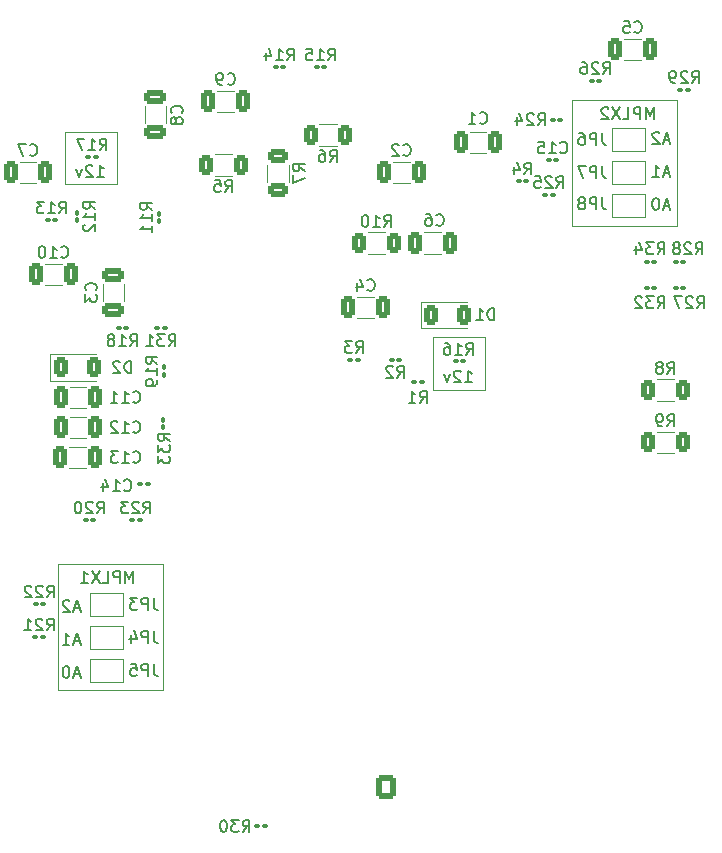
<source format=gbr>
%TF.GenerationSoftware,KiCad,Pcbnew,8.0.7*%
%TF.CreationDate,2025-01-25T18:45:03-05:00*%
%TF.ProjectId,shadow,73686164-6f77-42e6-9b69-6361645f7063,rev?*%
%TF.SameCoordinates,Original*%
%TF.FileFunction,Legend,Bot*%
%TF.FilePolarity,Positive*%
%FSLAX46Y46*%
G04 Gerber Fmt 4.6, Leading zero omitted, Abs format (unit mm)*
G04 Created by KiCad (PCBNEW 8.0.7) date 2025-01-25 18:45:03*
%MOMM*%
%LPD*%
G01*
G04 APERTURE LIST*
G04 Aperture macros list*
%AMRoundRect*
0 Rectangle with rounded corners*
0 $1 Rounding radius*
0 $2 $3 $4 $5 $6 $7 $8 $9 X,Y pos of 4 corners*
0 Add a 4 corners polygon primitive as box body*
4,1,4,$2,$3,$4,$5,$6,$7,$8,$9,$2,$3,0*
0 Add four circle primitives for the rounded corners*
1,1,$1+$1,$2,$3*
1,1,$1+$1,$4,$5*
1,1,$1+$1,$6,$7*
1,1,$1+$1,$8,$9*
0 Add four rect primitives between the rounded corners*
20,1,$1+$1,$2,$3,$4,$5,0*
20,1,$1+$1,$4,$5,$6,$7,0*
20,1,$1+$1,$6,$7,$8,$9,0*
20,1,$1+$1,$8,$9,$2,$3,0*%
G04 Aperture macros list end*
%ADD10C,0.100000*%
%ADD11C,0.200000*%
%ADD12C,0.150000*%
%ADD13C,0.120000*%
%ADD14R,1.700000X1.700000*%
%ADD15O,1.700000X1.700000*%
%ADD16RoundRect,0.250000X0.600000X0.750000X-0.600000X0.750000X-0.600000X-0.750000X0.600000X-0.750000X0*%
%ADD17O,1.700000X2.000000*%
%ADD18C,2.000000*%
%ADD19C,7.500000*%
%ADD20R,1.600000X1.600000*%
%ADD21O,1.600000X1.600000*%
%ADD22C,0.700000*%
%ADD23O,0.900000X2.400000*%
%ADD24O,0.900000X1.700000*%
%ADD25RoundRect,0.100000X-0.130000X-0.100000X0.130000X-0.100000X0.130000X0.100000X-0.130000X0.100000X0*%
%ADD26RoundRect,0.250000X-0.375000X-0.625000X0.375000X-0.625000X0.375000X0.625000X-0.375000X0.625000X0*%
%ADD27RoundRect,0.250000X0.325000X0.650000X-0.325000X0.650000X-0.325000X-0.650000X0.325000X-0.650000X0*%
%ADD28R,1.000000X1.500000*%
%ADD29RoundRect,0.100000X0.130000X0.100000X-0.130000X0.100000X-0.130000X-0.100000X0.130000X-0.100000X0*%
%ADD30RoundRect,0.100000X-0.100000X0.130000X-0.100000X-0.130000X0.100000X-0.130000X0.100000X0.130000X0*%
%ADD31RoundRect,0.250000X0.312500X0.625000X-0.312500X0.625000X-0.312500X-0.625000X0.312500X-0.625000X0*%
%ADD32RoundRect,0.250000X-0.312500X-0.625000X0.312500X-0.625000X0.312500X0.625000X-0.312500X0.625000X0*%
%ADD33RoundRect,0.250000X0.625000X-0.312500X0.625000X0.312500X-0.625000X0.312500X-0.625000X-0.312500X0*%
%ADD34RoundRect,0.250000X0.650000X-0.325000X0.650000X0.325000X-0.650000X0.325000X-0.650000X-0.325000X0*%
%ADD35RoundRect,0.250000X-0.650000X0.325000X-0.650000X-0.325000X0.650000X-0.325000X0.650000X0.325000X0*%
%ADD36RoundRect,0.100000X0.100000X-0.130000X0.100000X0.130000X-0.100000X0.130000X-0.100000X-0.130000X0*%
G04 APERTURE END LIST*
D10*
X136042000Y-76200000D02*
X140487000Y-76200000D01*
X140487000Y-80645000D01*
X136042000Y-80645000D01*
X136042000Y-76200000D01*
X104863500Y-58801000D02*
X109308500Y-58801000D01*
X109308500Y-63246000D01*
X104863500Y-63246000D01*
X104863500Y-58801000D01*
X147853000Y-56134000D02*
X156743000Y-56134000D01*
X156743000Y-66802000D01*
X147853000Y-66802000D01*
X147853000Y-56134000D01*
X104292000Y-95377000D02*
X113182000Y-95377000D01*
X113182000Y-106045000D01*
X104292000Y-106045000D01*
X104292000Y-95377000D01*
D11*
X156056945Y-59525504D02*
X155580755Y-59525504D01*
X156152183Y-59811219D02*
X155818850Y-58811219D01*
X155818850Y-58811219D02*
X155485517Y-59811219D01*
X155199802Y-58906457D02*
X155152183Y-58858838D01*
X155152183Y-58858838D02*
X155056945Y-58811219D01*
X155056945Y-58811219D02*
X154818850Y-58811219D01*
X154818850Y-58811219D02*
X154723612Y-58858838D01*
X154723612Y-58858838D02*
X154675993Y-58906457D01*
X154675993Y-58906457D02*
X154628374Y-59001695D01*
X154628374Y-59001695D02*
X154628374Y-59096933D01*
X154628374Y-59096933D02*
X154675993Y-59239790D01*
X154675993Y-59239790D02*
X155247421Y-59811219D01*
X155247421Y-59811219D02*
X154628374Y-59811219D01*
X107589517Y-62605219D02*
X108160945Y-62605219D01*
X107875231Y-62605219D02*
X107875231Y-61605219D01*
X107875231Y-61605219D02*
X107970469Y-61748076D01*
X107970469Y-61748076D02*
X108065707Y-61843314D01*
X108065707Y-61843314D02*
X108160945Y-61890933D01*
X107208564Y-61700457D02*
X107160945Y-61652838D01*
X107160945Y-61652838D02*
X107065707Y-61605219D01*
X107065707Y-61605219D02*
X106827612Y-61605219D01*
X106827612Y-61605219D02*
X106732374Y-61652838D01*
X106732374Y-61652838D02*
X106684755Y-61700457D01*
X106684755Y-61700457D02*
X106637136Y-61795695D01*
X106637136Y-61795695D02*
X106637136Y-61890933D01*
X106637136Y-61890933D02*
X106684755Y-62033790D01*
X106684755Y-62033790D02*
X107256183Y-62605219D01*
X107256183Y-62605219D02*
X106637136Y-62605219D01*
X106303802Y-61938552D02*
X106065707Y-62605219D01*
X106065707Y-62605219D02*
X105827612Y-61938552D01*
X156056945Y-62319504D02*
X155580755Y-62319504D01*
X156152183Y-62605219D02*
X155818850Y-61605219D01*
X155818850Y-61605219D02*
X155485517Y-62605219D01*
X154628374Y-62605219D02*
X155199802Y-62605219D01*
X154914088Y-62605219D02*
X154914088Y-61605219D01*
X154914088Y-61605219D02*
X155009326Y-61748076D01*
X155009326Y-61748076D02*
X155104564Y-61843314D01*
X155104564Y-61843314D02*
X155199802Y-61890933D01*
X106128945Y-99149504D02*
X105652755Y-99149504D01*
X106224183Y-99435219D02*
X105890850Y-98435219D01*
X105890850Y-98435219D02*
X105557517Y-99435219D01*
X105271802Y-98530457D02*
X105224183Y-98482838D01*
X105224183Y-98482838D02*
X105128945Y-98435219D01*
X105128945Y-98435219D02*
X104890850Y-98435219D01*
X104890850Y-98435219D02*
X104795612Y-98482838D01*
X104795612Y-98482838D02*
X104747993Y-98530457D01*
X104747993Y-98530457D02*
X104700374Y-98625695D01*
X104700374Y-98625695D02*
X104700374Y-98720933D01*
X104700374Y-98720933D02*
X104747993Y-98863790D01*
X104747993Y-98863790D02*
X105319421Y-99435219D01*
X105319421Y-99435219D02*
X104700374Y-99435219D01*
X156056945Y-65113504D02*
X155580755Y-65113504D01*
X156152183Y-65399219D02*
X155818850Y-64399219D01*
X155818850Y-64399219D02*
X155485517Y-65399219D01*
X154961707Y-64399219D02*
X154866469Y-64399219D01*
X154866469Y-64399219D02*
X154771231Y-64446838D01*
X154771231Y-64446838D02*
X154723612Y-64494457D01*
X154723612Y-64494457D02*
X154675993Y-64589695D01*
X154675993Y-64589695D02*
X154628374Y-64780171D01*
X154628374Y-64780171D02*
X154628374Y-65018266D01*
X154628374Y-65018266D02*
X154675993Y-65208742D01*
X154675993Y-65208742D02*
X154723612Y-65303980D01*
X154723612Y-65303980D02*
X154771231Y-65351600D01*
X154771231Y-65351600D02*
X154866469Y-65399219D01*
X154866469Y-65399219D02*
X154961707Y-65399219D01*
X154961707Y-65399219D02*
X155056945Y-65351600D01*
X155056945Y-65351600D02*
X155104564Y-65303980D01*
X155104564Y-65303980D02*
X155152183Y-65208742D01*
X155152183Y-65208742D02*
X155199802Y-65018266D01*
X155199802Y-65018266D02*
X155199802Y-64780171D01*
X155199802Y-64780171D02*
X155152183Y-64589695D01*
X155152183Y-64589695D02*
X155104564Y-64494457D01*
X155104564Y-64494457D02*
X155056945Y-64446838D01*
X155056945Y-64446838D02*
X154961707Y-64399219D01*
X138768017Y-80004219D02*
X139339445Y-80004219D01*
X139053731Y-80004219D02*
X139053731Y-79004219D01*
X139053731Y-79004219D02*
X139148969Y-79147076D01*
X139148969Y-79147076D02*
X139244207Y-79242314D01*
X139244207Y-79242314D02*
X139339445Y-79289933D01*
X138387064Y-79099457D02*
X138339445Y-79051838D01*
X138339445Y-79051838D02*
X138244207Y-79004219D01*
X138244207Y-79004219D02*
X138006112Y-79004219D01*
X138006112Y-79004219D02*
X137910874Y-79051838D01*
X137910874Y-79051838D02*
X137863255Y-79099457D01*
X137863255Y-79099457D02*
X137815636Y-79194695D01*
X137815636Y-79194695D02*
X137815636Y-79289933D01*
X137815636Y-79289933D02*
X137863255Y-79432790D01*
X137863255Y-79432790D02*
X138434683Y-80004219D01*
X138434683Y-80004219D02*
X137815636Y-80004219D01*
X137482302Y-79337552D02*
X137244207Y-80004219D01*
X137244207Y-80004219D02*
X137006112Y-79337552D01*
X106128945Y-104737504D02*
X105652755Y-104737504D01*
X106224183Y-105023219D02*
X105890850Y-104023219D01*
X105890850Y-104023219D02*
X105557517Y-105023219D01*
X105033707Y-104023219D02*
X104938469Y-104023219D01*
X104938469Y-104023219D02*
X104843231Y-104070838D01*
X104843231Y-104070838D02*
X104795612Y-104118457D01*
X104795612Y-104118457D02*
X104747993Y-104213695D01*
X104747993Y-104213695D02*
X104700374Y-104404171D01*
X104700374Y-104404171D02*
X104700374Y-104642266D01*
X104700374Y-104642266D02*
X104747993Y-104832742D01*
X104747993Y-104832742D02*
X104795612Y-104927980D01*
X104795612Y-104927980D02*
X104843231Y-104975600D01*
X104843231Y-104975600D02*
X104938469Y-105023219D01*
X104938469Y-105023219D02*
X105033707Y-105023219D01*
X105033707Y-105023219D02*
X105128945Y-104975600D01*
X105128945Y-104975600D02*
X105176564Y-104927980D01*
X105176564Y-104927980D02*
X105224183Y-104832742D01*
X105224183Y-104832742D02*
X105271802Y-104642266D01*
X105271802Y-104642266D02*
X105271802Y-104404171D01*
X105271802Y-104404171D02*
X105224183Y-104213695D01*
X105224183Y-104213695D02*
X105176564Y-104118457D01*
X105176564Y-104118457D02*
X105128945Y-104070838D01*
X105128945Y-104070838D02*
X105033707Y-104023219D01*
X110673475Y-96972219D02*
X110673475Y-95972219D01*
X110673475Y-95972219D02*
X110340142Y-96686504D01*
X110340142Y-96686504D02*
X110006809Y-95972219D01*
X110006809Y-95972219D02*
X110006809Y-96972219D01*
X109530618Y-96972219D02*
X109530618Y-95972219D01*
X109530618Y-95972219D02*
X109149666Y-95972219D01*
X109149666Y-95972219D02*
X109054428Y-96019838D01*
X109054428Y-96019838D02*
X109006809Y-96067457D01*
X109006809Y-96067457D02*
X108959190Y-96162695D01*
X108959190Y-96162695D02*
X108959190Y-96305552D01*
X108959190Y-96305552D02*
X109006809Y-96400790D01*
X109006809Y-96400790D02*
X109054428Y-96448409D01*
X109054428Y-96448409D02*
X109149666Y-96496028D01*
X109149666Y-96496028D02*
X109530618Y-96496028D01*
X108054428Y-96972219D02*
X108530618Y-96972219D01*
X108530618Y-96972219D02*
X108530618Y-95972219D01*
X107816332Y-95972219D02*
X107149666Y-96972219D01*
X107149666Y-95972219D02*
X107816332Y-96972219D01*
X106244904Y-96972219D02*
X106816332Y-96972219D01*
X106530618Y-96972219D02*
X106530618Y-95972219D01*
X106530618Y-95972219D02*
X106625856Y-96115076D01*
X106625856Y-96115076D02*
X106721094Y-96210314D01*
X106721094Y-96210314D02*
X106816332Y-96257933D01*
X154742475Y-57729219D02*
X154742475Y-56729219D01*
X154742475Y-56729219D02*
X154409142Y-57443504D01*
X154409142Y-57443504D02*
X154075809Y-56729219D01*
X154075809Y-56729219D02*
X154075809Y-57729219D01*
X153599618Y-57729219D02*
X153599618Y-56729219D01*
X153599618Y-56729219D02*
X153218666Y-56729219D01*
X153218666Y-56729219D02*
X153123428Y-56776838D01*
X153123428Y-56776838D02*
X153075809Y-56824457D01*
X153075809Y-56824457D02*
X153028190Y-56919695D01*
X153028190Y-56919695D02*
X153028190Y-57062552D01*
X153028190Y-57062552D02*
X153075809Y-57157790D01*
X153075809Y-57157790D02*
X153123428Y-57205409D01*
X153123428Y-57205409D02*
X153218666Y-57253028D01*
X153218666Y-57253028D02*
X153599618Y-57253028D01*
X152123428Y-57729219D02*
X152599618Y-57729219D01*
X152599618Y-57729219D02*
X152599618Y-56729219D01*
X151885332Y-56729219D02*
X151218666Y-57729219D01*
X151218666Y-56729219D02*
X151885332Y-57729219D01*
X150885332Y-56824457D02*
X150837713Y-56776838D01*
X150837713Y-56776838D02*
X150742475Y-56729219D01*
X150742475Y-56729219D02*
X150504380Y-56729219D01*
X150504380Y-56729219D02*
X150409142Y-56776838D01*
X150409142Y-56776838D02*
X150361523Y-56824457D01*
X150361523Y-56824457D02*
X150313904Y-56919695D01*
X150313904Y-56919695D02*
X150313904Y-57014933D01*
X150313904Y-57014933D02*
X150361523Y-57157790D01*
X150361523Y-57157790D02*
X150932951Y-57729219D01*
X150932951Y-57729219D02*
X150313904Y-57729219D01*
X106128945Y-101943504D02*
X105652755Y-101943504D01*
X106224183Y-102229219D02*
X105890850Y-101229219D01*
X105890850Y-101229219D02*
X105557517Y-102229219D01*
X104700374Y-102229219D02*
X105271802Y-102229219D01*
X104986088Y-102229219D02*
X104986088Y-101229219D01*
X104986088Y-101229219D02*
X105081326Y-101372076D01*
X105081326Y-101372076D02*
X105176564Y-101467314D01*
X105176564Y-101467314D02*
X105271802Y-101514933D01*
D12*
X110395857Y-76942819D02*
X110729190Y-76466628D01*
X110967285Y-76942819D02*
X110967285Y-75942819D01*
X110967285Y-75942819D02*
X110586333Y-75942819D01*
X110586333Y-75942819D02*
X110491095Y-75990438D01*
X110491095Y-75990438D02*
X110443476Y-76038057D01*
X110443476Y-76038057D02*
X110395857Y-76133295D01*
X110395857Y-76133295D02*
X110395857Y-76276152D01*
X110395857Y-76276152D02*
X110443476Y-76371390D01*
X110443476Y-76371390D02*
X110491095Y-76419009D01*
X110491095Y-76419009D02*
X110586333Y-76466628D01*
X110586333Y-76466628D02*
X110967285Y-76466628D01*
X109443476Y-76942819D02*
X110014904Y-76942819D01*
X109729190Y-76942819D02*
X109729190Y-75942819D01*
X109729190Y-75942819D02*
X109824428Y-76085676D01*
X109824428Y-76085676D02*
X109919666Y-76180914D01*
X109919666Y-76180914D02*
X110014904Y-76228533D01*
X108872047Y-76371390D02*
X108967285Y-76323771D01*
X108967285Y-76323771D02*
X109014904Y-76276152D01*
X109014904Y-76276152D02*
X109062523Y-76180914D01*
X109062523Y-76180914D02*
X109062523Y-76133295D01*
X109062523Y-76133295D02*
X109014904Y-76038057D01*
X109014904Y-76038057D02*
X108967285Y-75990438D01*
X108967285Y-75990438D02*
X108872047Y-75942819D01*
X108872047Y-75942819D02*
X108681571Y-75942819D01*
X108681571Y-75942819D02*
X108586333Y-75990438D01*
X108586333Y-75990438D02*
X108538714Y-76038057D01*
X108538714Y-76038057D02*
X108491095Y-76133295D01*
X108491095Y-76133295D02*
X108491095Y-76180914D01*
X108491095Y-76180914D02*
X108538714Y-76276152D01*
X108538714Y-76276152D02*
X108586333Y-76323771D01*
X108586333Y-76323771D02*
X108681571Y-76371390D01*
X108681571Y-76371390D02*
X108872047Y-76371390D01*
X108872047Y-76371390D02*
X108967285Y-76419009D01*
X108967285Y-76419009D02*
X109014904Y-76466628D01*
X109014904Y-76466628D02*
X109062523Y-76561866D01*
X109062523Y-76561866D02*
X109062523Y-76752342D01*
X109062523Y-76752342D02*
X109014904Y-76847580D01*
X109014904Y-76847580D02*
X108967285Y-76895200D01*
X108967285Y-76895200D02*
X108872047Y-76942819D01*
X108872047Y-76942819D02*
X108681571Y-76942819D01*
X108681571Y-76942819D02*
X108586333Y-76895200D01*
X108586333Y-76895200D02*
X108538714Y-76847580D01*
X108538714Y-76847580D02*
X108491095Y-76752342D01*
X108491095Y-76752342D02*
X108491095Y-76561866D01*
X108491095Y-76561866D02*
X108538714Y-76466628D01*
X108538714Y-76466628D02*
X108586333Y-76419009D01*
X108586333Y-76419009D02*
X108681571Y-76371390D01*
X110491094Y-79194819D02*
X110491094Y-78194819D01*
X110491094Y-78194819D02*
X110252999Y-78194819D01*
X110252999Y-78194819D02*
X110110142Y-78242438D01*
X110110142Y-78242438D02*
X110014904Y-78337676D01*
X110014904Y-78337676D02*
X109967285Y-78432914D01*
X109967285Y-78432914D02*
X109919666Y-78623390D01*
X109919666Y-78623390D02*
X109919666Y-78766247D01*
X109919666Y-78766247D02*
X109967285Y-78956723D01*
X109967285Y-78956723D02*
X110014904Y-79051961D01*
X110014904Y-79051961D02*
X110110142Y-79147200D01*
X110110142Y-79147200D02*
X110252999Y-79194819D01*
X110252999Y-79194819D02*
X110491094Y-79194819D01*
X109538713Y-78290057D02*
X109491094Y-78242438D01*
X109491094Y-78242438D02*
X109395856Y-78194819D01*
X109395856Y-78194819D02*
X109157761Y-78194819D01*
X109157761Y-78194819D02*
X109062523Y-78242438D01*
X109062523Y-78242438D02*
X109014904Y-78290057D01*
X109014904Y-78290057D02*
X108967285Y-78385295D01*
X108967285Y-78385295D02*
X108967285Y-78480533D01*
X108967285Y-78480533D02*
X109014904Y-78623390D01*
X109014904Y-78623390D02*
X109586332Y-79194819D01*
X109586332Y-79194819D02*
X108967285Y-79194819D01*
X130493666Y-72169580D02*
X130541285Y-72217200D01*
X130541285Y-72217200D02*
X130684142Y-72264819D01*
X130684142Y-72264819D02*
X130779380Y-72264819D01*
X130779380Y-72264819D02*
X130922237Y-72217200D01*
X130922237Y-72217200D02*
X131017475Y-72121961D01*
X131017475Y-72121961D02*
X131065094Y-72026723D01*
X131065094Y-72026723D02*
X131112713Y-71836247D01*
X131112713Y-71836247D02*
X131112713Y-71693390D01*
X131112713Y-71693390D02*
X131065094Y-71502914D01*
X131065094Y-71502914D02*
X131017475Y-71407676D01*
X131017475Y-71407676D02*
X130922237Y-71312438D01*
X130922237Y-71312438D02*
X130779380Y-71264819D01*
X130779380Y-71264819D02*
X130684142Y-71264819D01*
X130684142Y-71264819D02*
X130541285Y-71312438D01*
X130541285Y-71312438D02*
X130493666Y-71360057D01*
X129636523Y-71598152D02*
X129636523Y-72264819D01*
X129874618Y-71217200D02*
X130112713Y-71931485D01*
X130112713Y-71931485D02*
X129493666Y-71931485D01*
X150354333Y-58890819D02*
X150354333Y-59605104D01*
X150354333Y-59605104D02*
X150401952Y-59747961D01*
X150401952Y-59747961D02*
X150497190Y-59843200D01*
X150497190Y-59843200D02*
X150640047Y-59890819D01*
X150640047Y-59890819D02*
X150735285Y-59890819D01*
X149878142Y-59890819D02*
X149878142Y-58890819D01*
X149878142Y-58890819D02*
X149497190Y-58890819D01*
X149497190Y-58890819D02*
X149401952Y-58938438D01*
X149401952Y-58938438D02*
X149354333Y-58986057D01*
X149354333Y-58986057D02*
X149306714Y-59081295D01*
X149306714Y-59081295D02*
X149306714Y-59224152D01*
X149306714Y-59224152D02*
X149354333Y-59319390D01*
X149354333Y-59319390D02*
X149401952Y-59367009D01*
X149401952Y-59367009D02*
X149497190Y-59414628D01*
X149497190Y-59414628D02*
X149878142Y-59414628D01*
X148449571Y-58890819D02*
X148640047Y-58890819D01*
X148640047Y-58890819D02*
X148735285Y-58938438D01*
X148735285Y-58938438D02*
X148782904Y-58986057D01*
X148782904Y-58986057D02*
X148878142Y-59128914D01*
X148878142Y-59128914D02*
X148925761Y-59319390D01*
X148925761Y-59319390D02*
X148925761Y-59700342D01*
X148925761Y-59700342D02*
X148878142Y-59795580D01*
X148878142Y-59795580D02*
X148830523Y-59843200D01*
X148830523Y-59843200D02*
X148735285Y-59890819D01*
X148735285Y-59890819D02*
X148544809Y-59890819D01*
X148544809Y-59890819D02*
X148449571Y-59843200D01*
X148449571Y-59843200D02*
X148401952Y-59795580D01*
X148401952Y-59795580D02*
X148354333Y-59700342D01*
X148354333Y-59700342D02*
X148354333Y-59462247D01*
X148354333Y-59462247D02*
X148401952Y-59367009D01*
X148401952Y-59367009D02*
X148449571Y-59319390D01*
X148449571Y-59319390D02*
X148544809Y-59271771D01*
X148544809Y-59271771D02*
X148735285Y-59271771D01*
X148735285Y-59271771D02*
X148830523Y-59319390D01*
X148830523Y-59319390D02*
X148878142Y-59367009D01*
X148878142Y-59367009D02*
X148925761Y-59462247D01*
X146808857Y-60523580D02*
X146856476Y-60571200D01*
X146856476Y-60571200D02*
X146999333Y-60618819D01*
X146999333Y-60618819D02*
X147094571Y-60618819D01*
X147094571Y-60618819D02*
X147237428Y-60571200D01*
X147237428Y-60571200D02*
X147332666Y-60475961D01*
X147332666Y-60475961D02*
X147380285Y-60380723D01*
X147380285Y-60380723D02*
X147427904Y-60190247D01*
X147427904Y-60190247D02*
X147427904Y-60047390D01*
X147427904Y-60047390D02*
X147380285Y-59856914D01*
X147380285Y-59856914D02*
X147332666Y-59761676D01*
X147332666Y-59761676D02*
X147237428Y-59666438D01*
X147237428Y-59666438D02*
X147094571Y-59618819D01*
X147094571Y-59618819D02*
X146999333Y-59618819D01*
X146999333Y-59618819D02*
X146856476Y-59666438D01*
X146856476Y-59666438D02*
X146808857Y-59714057D01*
X145856476Y-60618819D02*
X146427904Y-60618819D01*
X146142190Y-60618819D02*
X146142190Y-59618819D01*
X146142190Y-59618819D02*
X146237428Y-59761676D01*
X146237428Y-59761676D02*
X146332666Y-59856914D01*
X146332666Y-59856914D02*
X146427904Y-59904533D01*
X144951714Y-59618819D02*
X145427904Y-59618819D01*
X145427904Y-59618819D02*
X145475523Y-60095009D01*
X145475523Y-60095009D02*
X145427904Y-60047390D01*
X145427904Y-60047390D02*
X145332666Y-59999771D01*
X145332666Y-59999771D02*
X145094571Y-59999771D01*
X145094571Y-59999771D02*
X144999333Y-60047390D01*
X144999333Y-60047390D02*
X144951714Y-60095009D01*
X144951714Y-60095009D02*
X144904095Y-60190247D01*
X144904095Y-60190247D02*
X144904095Y-60428342D01*
X144904095Y-60428342D02*
X144951714Y-60523580D01*
X144951714Y-60523580D02*
X144999333Y-60571200D01*
X144999333Y-60571200D02*
X145094571Y-60618819D01*
X145094571Y-60618819D02*
X145332666Y-60618819D01*
X145332666Y-60618819D02*
X145427904Y-60571200D01*
X145427904Y-60571200D02*
X145475523Y-60523580D01*
X104390857Y-65698819D02*
X104724190Y-65222628D01*
X104962285Y-65698819D02*
X104962285Y-64698819D01*
X104962285Y-64698819D02*
X104581333Y-64698819D01*
X104581333Y-64698819D02*
X104486095Y-64746438D01*
X104486095Y-64746438D02*
X104438476Y-64794057D01*
X104438476Y-64794057D02*
X104390857Y-64889295D01*
X104390857Y-64889295D02*
X104390857Y-65032152D01*
X104390857Y-65032152D02*
X104438476Y-65127390D01*
X104438476Y-65127390D02*
X104486095Y-65175009D01*
X104486095Y-65175009D02*
X104581333Y-65222628D01*
X104581333Y-65222628D02*
X104962285Y-65222628D01*
X103438476Y-65698819D02*
X104009904Y-65698819D01*
X103724190Y-65698819D02*
X103724190Y-64698819D01*
X103724190Y-64698819D02*
X103819428Y-64841676D01*
X103819428Y-64841676D02*
X103914666Y-64936914D01*
X103914666Y-64936914D02*
X104009904Y-64984533D01*
X103105142Y-64698819D02*
X102486095Y-64698819D01*
X102486095Y-64698819D02*
X102819428Y-65079771D01*
X102819428Y-65079771D02*
X102676571Y-65079771D01*
X102676571Y-65079771D02*
X102581333Y-65127390D01*
X102581333Y-65127390D02*
X102533714Y-65175009D01*
X102533714Y-65175009D02*
X102486095Y-65270247D01*
X102486095Y-65270247D02*
X102486095Y-65508342D01*
X102486095Y-65508342D02*
X102533714Y-65603580D01*
X102533714Y-65603580D02*
X102581333Y-65651200D01*
X102581333Y-65651200D02*
X102676571Y-65698819D01*
X102676571Y-65698819D02*
X102962285Y-65698819D01*
X102962285Y-65698819D02*
X103057523Y-65651200D01*
X103057523Y-65651200D02*
X103105142Y-65603580D01*
X101918666Y-60739580D02*
X101966285Y-60787200D01*
X101966285Y-60787200D02*
X102109142Y-60834819D01*
X102109142Y-60834819D02*
X102204380Y-60834819D01*
X102204380Y-60834819D02*
X102347237Y-60787200D01*
X102347237Y-60787200D02*
X102442475Y-60691961D01*
X102442475Y-60691961D02*
X102490094Y-60596723D01*
X102490094Y-60596723D02*
X102537713Y-60406247D01*
X102537713Y-60406247D02*
X102537713Y-60263390D01*
X102537713Y-60263390D02*
X102490094Y-60072914D01*
X102490094Y-60072914D02*
X102442475Y-59977676D01*
X102442475Y-59977676D02*
X102347237Y-59882438D01*
X102347237Y-59882438D02*
X102204380Y-59834819D01*
X102204380Y-59834819D02*
X102109142Y-59834819D01*
X102109142Y-59834819D02*
X101966285Y-59882438D01*
X101966285Y-59882438D02*
X101918666Y-59930057D01*
X101585332Y-59834819D02*
X100918666Y-59834819D01*
X100918666Y-59834819D02*
X101347237Y-60834819D01*
X133033666Y-79609819D02*
X133366999Y-79133628D01*
X133605094Y-79609819D02*
X133605094Y-78609819D01*
X133605094Y-78609819D02*
X133224142Y-78609819D01*
X133224142Y-78609819D02*
X133128904Y-78657438D01*
X133128904Y-78657438D02*
X133081285Y-78705057D01*
X133081285Y-78705057D02*
X133033666Y-78800295D01*
X133033666Y-78800295D02*
X133033666Y-78943152D01*
X133033666Y-78943152D02*
X133081285Y-79038390D01*
X133081285Y-79038390D02*
X133128904Y-79086009D01*
X133128904Y-79086009D02*
X133224142Y-79133628D01*
X133224142Y-79133628D02*
X133605094Y-79133628D01*
X132652713Y-78705057D02*
X132605094Y-78657438D01*
X132605094Y-78657438D02*
X132509856Y-78609819D01*
X132509856Y-78609819D02*
X132271761Y-78609819D01*
X132271761Y-78609819D02*
X132176523Y-78657438D01*
X132176523Y-78657438D02*
X132128904Y-78705057D01*
X132128904Y-78705057D02*
X132081285Y-78800295D01*
X132081285Y-78800295D02*
X132081285Y-78895533D01*
X132081285Y-78895533D02*
X132128904Y-79038390D01*
X132128904Y-79038390D02*
X132700332Y-79609819D01*
X132700332Y-79609819D02*
X132081285Y-79609819D01*
X113763819Y-84955142D02*
X113287628Y-84621809D01*
X113763819Y-84383714D02*
X112763819Y-84383714D01*
X112763819Y-84383714D02*
X112763819Y-84764666D01*
X112763819Y-84764666D02*
X112811438Y-84859904D01*
X112811438Y-84859904D02*
X112859057Y-84907523D01*
X112859057Y-84907523D02*
X112954295Y-84955142D01*
X112954295Y-84955142D02*
X113097152Y-84955142D01*
X113097152Y-84955142D02*
X113192390Y-84907523D01*
X113192390Y-84907523D02*
X113240009Y-84859904D01*
X113240009Y-84859904D02*
X113287628Y-84764666D01*
X113287628Y-84764666D02*
X113287628Y-84383714D01*
X112763819Y-85288476D02*
X112763819Y-85907523D01*
X112763819Y-85907523D02*
X113144771Y-85574190D01*
X113144771Y-85574190D02*
X113144771Y-85717047D01*
X113144771Y-85717047D02*
X113192390Y-85812285D01*
X113192390Y-85812285D02*
X113240009Y-85859904D01*
X113240009Y-85859904D02*
X113335247Y-85907523D01*
X113335247Y-85907523D02*
X113573342Y-85907523D01*
X113573342Y-85907523D02*
X113668580Y-85859904D01*
X113668580Y-85859904D02*
X113716200Y-85812285D01*
X113716200Y-85812285D02*
X113763819Y-85717047D01*
X113763819Y-85717047D02*
X113763819Y-85431333D01*
X113763819Y-85431333D02*
X113716200Y-85336095D01*
X113716200Y-85336095D02*
X113668580Y-85288476D01*
X112763819Y-86240857D02*
X112763819Y-86859904D01*
X112763819Y-86859904D02*
X113144771Y-86526571D01*
X113144771Y-86526571D02*
X113144771Y-86669428D01*
X113144771Y-86669428D02*
X113192390Y-86764666D01*
X113192390Y-86764666D02*
X113240009Y-86812285D01*
X113240009Y-86812285D02*
X113335247Y-86859904D01*
X113335247Y-86859904D02*
X113573342Y-86859904D01*
X113573342Y-86859904D02*
X113668580Y-86812285D01*
X113668580Y-86812285D02*
X113716200Y-86764666D01*
X113716200Y-86764666D02*
X113763819Y-86669428D01*
X113763819Y-86669428D02*
X113763819Y-86383714D01*
X113763819Y-86383714D02*
X113716200Y-86288476D01*
X113716200Y-86288476D02*
X113668580Y-86240857D01*
X103374857Y-98210819D02*
X103708190Y-97734628D01*
X103946285Y-98210819D02*
X103946285Y-97210819D01*
X103946285Y-97210819D02*
X103565333Y-97210819D01*
X103565333Y-97210819D02*
X103470095Y-97258438D01*
X103470095Y-97258438D02*
X103422476Y-97306057D01*
X103422476Y-97306057D02*
X103374857Y-97401295D01*
X103374857Y-97401295D02*
X103374857Y-97544152D01*
X103374857Y-97544152D02*
X103422476Y-97639390D01*
X103422476Y-97639390D02*
X103470095Y-97687009D01*
X103470095Y-97687009D02*
X103565333Y-97734628D01*
X103565333Y-97734628D02*
X103946285Y-97734628D01*
X102993904Y-97306057D02*
X102946285Y-97258438D01*
X102946285Y-97258438D02*
X102851047Y-97210819D01*
X102851047Y-97210819D02*
X102612952Y-97210819D01*
X102612952Y-97210819D02*
X102517714Y-97258438D01*
X102517714Y-97258438D02*
X102470095Y-97306057D01*
X102470095Y-97306057D02*
X102422476Y-97401295D01*
X102422476Y-97401295D02*
X102422476Y-97496533D01*
X102422476Y-97496533D02*
X102470095Y-97639390D01*
X102470095Y-97639390D02*
X103041523Y-98210819D01*
X103041523Y-98210819D02*
X102422476Y-98210819D01*
X102041523Y-97306057D02*
X101993904Y-97258438D01*
X101993904Y-97258438D02*
X101898666Y-97210819D01*
X101898666Y-97210819D02*
X101660571Y-97210819D01*
X101660571Y-97210819D02*
X101565333Y-97258438D01*
X101565333Y-97258438D02*
X101517714Y-97306057D01*
X101517714Y-97306057D02*
X101470095Y-97401295D01*
X101470095Y-97401295D02*
X101470095Y-97496533D01*
X101470095Y-97496533D02*
X101517714Y-97639390D01*
X101517714Y-97639390D02*
X102089142Y-98210819D01*
X102089142Y-98210819D02*
X101470095Y-98210819D01*
X110649857Y-84179580D02*
X110697476Y-84227200D01*
X110697476Y-84227200D02*
X110840333Y-84274819D01*
X110840333Y-84274819D02*
X110935571Y-84274819D01*
X110935571Y-84274819D02*
X111078428Y-84227200D01*
X111078428Y-84227200D02*
X111173666Y-84131961D01*
X111173666Y-84131961D02*
X111221285Y-84036723D01*
X111221285Y-84036723D02*
X111268904Y-83846247D01*
X111268904Y-83846247D02*
X111268904Y-83703390D01*
X111268904Y-83703390D02*
X111221285Y-83512914D01*
X111221285Y-83512914D02*
X111173666Y-83417676D01*
X111173666Y-83417676D02*
X111078428Y-83322438D01*
X111078428Y-83322438D02*
X110935571Y-83274819D01*
X110935571Y-83274819D02*
X110840333Y-83274819D01*
X110840333Y-83274819D02*
X110697476Y-83322438D01*
X110697476Y-83322438D02*
X110649857Y-83370057D01*
X109697476Y-84274819D02*
X110268904Y-84274819D01*
X109983190Y-84274819D02*
X109983190Y-83274819D01*
X109983190Y-83274819D02*
X110078428Y-83417676D01*
X110078428Y-83417676D02*
X110173666Y-83512914D01*
X110173666Y-83512914D02*
X110268904Y-83560533D01*
X109316523Y-83370057D02*
X109268904Y-83322438D01*
X109268904Y-83322438D02*
X109173666Y-83274819D01*
X109173666Y-83274819D02*
X108935571Y-83274819D01*
X108935571Y-83274819D02*
X108840333Y-83322438D01*
X108840333Y-83322438D02*
X108792714Y-83370057D01*
X108792714Y-83370057D02*
X108745095Y-83465295D01*
X108745095Y-83465295D02*
X108745095Y-83560533D01*
X108745095Y-83560533D02*
X108792714Y-83703390D01*
X108792714Y-83703390D02*
X109364142Y-84274819D01*
X109364142Y-84274819D02*
X108745095Y-84274819D01*
X103349857Y-101004819D02*
X103683190Y-100528628D01*
X103921285Y-101004819D02*
X103921285Y-100004819D01*
X103921285Y-100004819D02*
X103540333Y-100004819D01*
X103540333Y-100004819D02*
X103445095Y-100052438D01*
X103445095Y-100052438D02*
X103397476Y-100100057D01*
X103397476Y-100100057D02*
X103349857Y-100195295D01*
X103349857Y-100195295D02*
X103349857Y-100338152D01*
X103349857Y-100338152D02*
X103397476Y-100433390D01*
X103397476Y-100433390D02*
X103445095Y-100481009D01*
X103445095Y-100481009D02*
X103540333Y-100528628D01*
X103540333Y-100528628D02*
X103921285Y-100528628D01*
X102968904Y-100100057D02*
X102921285Y-100052438D01*
X102921285Y-100052438D02*
X102826047Y-100004819D01*
X102826047Y-100004819D02*
X102587952Y-100004819D01*
X102587952Y-100004819D02*
X102492714Y-100052438D01*
X102492714Y-100052438D02*
X102445095Y-100100057D01*
X102445095Y-100100057D02*
X102397476Y-100195295D01*
X102397476Y-100195295D02*
X102397476Y-100290533D01*
X102397476Y-100290533D02*
X102445095Y-100433390D01*
X102445095Y-100433390D02*
X103016523Y-101004819D01*
X103016523Y-101004819D02*
X102397476Y-101004819D01*
X101445095Y-101004819D02*
X102016523Y-101004819D01*
X101730809Y-101004819D02*
X101730809Y-100004819D01*
X101730809Y-100004819D02*
X101826047Y-100147676D01*
X101826047Y-100147676D02*
X101921285Y-100242914D01*
X101921285Y-100242914D02*
X102016523Y-100290533D01*
X150354333Y-61684819D02*
X150354333Y-62399104D01*
X150354333Y-62399104D02*
X150401952Y-62541961D01*
X150401952Y-62541961D02*
X150497190Y-62637200D01*
X150497190Y-62637200D02*
X150640047Y-62684819D01*
X150640047Y-62684819D02*
X150735285Y-62684819D01*
X149878142Y-62684819D02*
X149878142Y-61684819D01*
X149878142Y-61684819D02*
X149497190Y-61684819D01*
X149497190Y-61684819D02*
X149401952Y-61732438D01*
X149401952Y-61732438D02*
X149354333Y-61780057D01*
X149354333Y-61780057D02*
X149306714Y-61875295D01*
X149306714Y-61875295D02*
X149306714Y-62018152D01*
X149306714Y-62018152D02*
X149354333Y-62113390D01*
X149354333Y-62113390D02*
X149401952Y-62161009D01*
X149401952Y-62161009D02*
X149497190Y-62208628D01*
X149497190Y-62208628D02*
X149878142Y-62208628D01*
X148973380Y-61684819D02*
X148306714Y-61684819D01*
X148306714Y-61684819D02*
X148735285Y-62684819D01*
X127159857Y-52744819D02*
X127493190Y-52268628D01*
X127731285Y-52744819D02*
X127731285Y-51744819D01*
X127731285Y-51744819D02*
X127350333Y-51744819D01*
X127350333Y-51744819D02*
X127255095Y-51792438D01*
X127255095Y-51792438D02*
X127207476Y-51840057D01*
X127207476Y-51840057D02*
X127159857Y-51935295D01*
X127159857Y-51935295D02*
X127159857Y-52078152D01*
X127159857Y-52078152D02*
X127207476Y-52173390D01*
X127207476Y-52173390D02*
X127255095Y-52221009D01*
X127255095Y-52221009D02*
X127350333Y-52268628D01*
X127350333Y-52268628D02*
X127731285Y-52268628D01*
X126207476Y-52744819D02*
X126778904Y-52744819D01*
X126493190Y-52744819D02*
X126493190Y-51744819D01*
X126493190Y-51744819D02*
X126588428Y-51887676D01*
X126588428Y-51887676D02*
X126683666Y-51982914D01*
X126683666Y-51982914D02*
X126778904Y-52030533D01*
X125302714Y-51744819D02*
X125778904Y-51744819D01*
X125778904Y-51744819D02*
X125826523Y-52221009D01*
X125826523Y-52221009D02*
X125778904Y-52173390D01*
X125778904Y-52173390D02*
X125683666Y-52125771D01*
X125683666Y-52125771D02*
X125445571Y-52125771D01*
X125445571Y-52125771D02*
X125350333Y-52173390D01*
X125350333Y-52173390D02*
X125302714Y-52221009D01*
X125302714Y-52221009D02*
X125255095Y-52316247D01*
X125255095Y-52316247D02*
X125255095Y-52554342D01*
X125255095Y-52554342D02*
X125302714Y-52649580D01*
X125302714Y-52649580D02*
X125350333Y-52697200D01*
X125350333Y-52697200D02*
X125445571Y-52744819D01*
X125445571Y-52744819D02*
X125683666Y-52744819D01*
X125683666Y-52744819D02*
X125778904Y-52697200D01*
X125778904Y-52697200D02*
X125826523Y-52649580D01*
X141225094Y-74749819D02*
X141225094Y-73749819D01*
X141225094Y-73749819D02*
X140986999Y-73749819D01*
X140986999Y-73749819D02*
X140844142Y-73797438D01*
X140844142Y-73797438D02*
X140748904Y-73892676D01*
X140748904Y-73892676D02*
X140701285Y-73987914D01*
X140701285Y-73987914D02*
X140653666Y-74178390D01*
X140653666Y-74178390D02*
X140653666Y-74321247D01*
X140653666Y-74321247D02*
X140701285Y-74511723D01*
X140701285Y-74511723D02*
X140748904Y-74606961D01*
X140748904Y-74606961D02*
X140844142Y-74702200D01*
X140844142Y-74702200D02*
X140986999Y-74749819D01*
X140986999Y-74749819D02*
X141225094Y-74749819D01*
X139701285Y-74749819D02*
X140272713Y-74749819D01*
X139986999Y-74749819D02*
X139986999Y-73749819D01*
X139986999Y-73749819D02*
X140082237Y-73892676D01*
X140082237Y-73892676D02*
X140177475Y-73987914D01*
X140177475Y-73987914D02*
X140272713Y-74035533D01*
X153099666Y-50325580D02*
X153147285Y-50373200D01*
X153147285Y-50373200D02*
X153290142Y-50420819D01*
X153290142Y-50420819D02*
X153385380Y-50420819D01*
X153385380Y-50420819D02*
X153528237Y-50373200D01*
X153528237Y-50373200D02*
X153623475Y-50277961D01*
X153623475Y-50277961D02*
X153671094Y-50182723D01*
X153671094Y-50182723D02*
X153718713Y-49992247D01*
X153718713Y-49992247D02*
X153718713Y-49849390D01*
X153718713Y-49849390D02*
X153671094Y-49658914D01*
X153671094Y-49658914D02*
X153623475Y-49563676D01*
X153623475Y-49563676D02*
X153528237Y-49468438D01*
X153528237Y-49468438D02*
X153385380Y-49420819D01*
X153385380Y-49420819D02*
X153290142Y-49420819D01*
X153290142Y-49420819D02*
X153147285Y-49468438D01*
X153147285Y-49468438D02*
X153099666Y-49516057D01*
X152194904Y-49420819D02*
X152671094Y-49420819D01*
X152671094Y-49420819D02*
X152718713Y-49897009D01*
X152718713Y-49897009D02*
X152671094Y-49849390D01*
X152671094Y-49849390D02*
X152575856Y-49801771D01*
X152575856Y-49801771D02*
X152337761Y-49801771D01*
X152337761Y-49801771D02*
X152242523Y-49849390D01*
X152242523Y-49849390D02*
X152194904Y-49897009D01*
X152194904Y-49897009D02*
X152147285Y-49992247D01*
X152147285Y-49992247D02*
X152147285Y-50230342D01*
X152147285Y-50230342D02*
X152194904Y-50325580D01*
X152194904Y-50325580D02*
X152242523Y-50373200D01*
X152242523Y-50373200D02*
X152337761Y-50420819D01*
X152337761Y-50420819D02*
X152575856Y-50420819D01*
X152575856Y-50420819D02*
X152671094Y-50373200D01*
X152671094Y-50373200D02*
X152718713Y-50325580D01*
X123694857Y-52744819D02*
X124028190Y-52268628D01*
X124266285Y-52744819D02*
X124266285Y-51744819D01*
X124266285Y-51744819D02*
X123885333Y-51744819D01*
X123885333Y-51744819D02*
X123790095Y-51792438D01*
X123790095Y-51792438D02*
X123742476Y-51840057D01*
X123742476Y-51840057D02*
X123694857Y-51935295D01*
X123694857Y-51935295D02*
X123694857Y-52078152D01*
X123694857Y-52078152D02*
X123742476Y-52173390D01*
X123742476Y-52173390D02*
X123790095Y-52221009D01*
X123790095Y-52221009D02*
X123885333Y-52268628D01*
X123885333Y-52268628D02*
X124266285Y-52268628D01*
X122742476Y-52744819D02*
X123313904Y-52744819D01*
X123028190Y-52744819D02*
X123028190Y-51744819D01*
X123028190Y-51744819D02*
X123123428Y-51887676D01*
X123123428Y-51887676D02*
X123218666Y-51982914D01*
X123218666Y-51982914D02*
X123313904Y-52030533D01*
X121885333Y-52078152D02*
X121885333Y-52744819D01*
X122123428Y-51697200D02*
X122361523Y-52411485D01*
X122361523Y-52411485D02*
X121742476Y-52411485D01*
X155893666Y-79279819D02*
X156226999Y-78803628D01*
X156465094Y-79279819D02*
X156465094Y-78279819D01*
X156465094Y-78279819D02*
X156084142Y-78279819D01*
X156084142Y-78279819D02*
X155988904Y-78327438D01*
X155988904Y-78327438D02*
X155941285Y-78375057D01*
X155941285Y-78375057D02*
X155893666Y-78470295D01*
X155893666Y-78470295D02*
X155893666Y-78613152D01*
X155893666Y-78613152D02*
X155941285Y-78708390D01*
X155941285Y-78708390D02*
X155988904Y-78756009D01*
X155988904Y-78756009D02*
X156084142Y-78803628D01*
X156084142Y-78803628D02*
X156465094Y-78803628D01*
X155322237Y-78708390D02*
X155417475Y-78660771D01*
X155417475Y-78660771D02*
X155465094Y-78613152D01*
X155465094Y-78613152D02*
X155512713Y-78517914D01*
X155512713Y-78517914D02*
X155512713Y-78470295D01*
X155512713Y-78470295D02*
X155465094Y-78375057D01*
X155465094Y-78375057D02*
X155417475Y-78327438D01*
X155417475Y-78327438D02*
X155322237Y-78279819D01*
X155322237Y-78279819D02*
X155131761Y-78279819D01*
X155131761Y-78279819D02*
X155036523Y-78327438D01*
X155036523Y-78327438D02*
X154988904Y-78375057D01*
X154988904Y-78375057D02*
X154941285Y-78470295D01*
X154941285Y-78470295D02*
X154941285Y-78517914D01*
X154941285Y-78517914D02*
X154988904Y-78613152D01*
X154988904Y-78613152D02*
X155036523Y-78660771D01*
X155036523Y-78660771D02*
X155131761Y-78708390D01*
X155131761Y-78708390D02*
X155322237Y-78708390D01*
X155322237Y-78708390D02*
X155417475Y-78756009D01*
X155417475Y-78756009D02*
X155465094Y-78803628D01*
X155465094Y-78803628D02*
X155512713Y-78898866D01*
X155512713Y-78898866D02*
X155512713Y-79089342D01*
X155512713Y-79089342D02*
X155465094Y-79184580D01*
X155465094Y-79184580D02*
X155417475Y-79232200D01*
X155417475Y-79232200D02*
X155322237Y-79279819D01*
X155322237Y-79279819D02*
X155131761Y-79279819D01*
X155131761Y-79279819D02*
X155036523Y-79232200D01*
X155036523Y-79232200D02*
X154988904Y-79184580D01*
X154988904Y-79184580D02*
X154941285Y-79089342D01*
X154941285Y-79089342D02*
X154941285Y-78898866D01*
X154941285Y-78898866D02*
X154988904Y-78803628D01*
X154988904Y-78803628D02*
X155036523Y-78756009D01*
X155036523Y-78756009D02*
X155131761Y-78708390D01*
X158274857Y-69161819D02*
X158608190Y-68685628D01*
X158846285Y-69161819D02*
X158846285Y-68161819D01*
X158846285Y-68161819D02*
X158465333Y-68161819D01*
X158465333Y-68161819D02*
X158370095Y-68209438D01*
X158370095Y-68209438D02*
X158322476Y-68257057D01*
X158322476Y-68257057D02*
X158274857Y-68352295D01*
X158274857Y-68352295D02*
X158274857Y-68495152D01*
X158274857Y-68495152D02*
X158322476Y-68590390D01*
X158322476Y-68590390D02*
X158370095Y-68638009D01*
X158370095Y-68638009D02*
X158465333Y-68685628D01*
X158465333Y-68685628D02*
X158846285Y-68685628D01*
X157893904Y-68257057D02*
X157846285Y-68209438D01*
X157846285Y-68209438D02*
X157751047Y-68161819D01*
X157751047Y-68161819D02*
X157512952Y-68161819D01*
X157512952Y-68161819D02*
X157417714Y-68209438D01*
X157417714Y-68209438D02*
X157370095Y-68257057D01*
X157370095Y-68257057D02*
X157322476Y-68352295D01*
X157322476Y-68352295D02*
X157322476Y-68447533D01*
X157322476Y-68447533D02*
X157370095Y-68590390D01*
X157370095Y-68590390D02*
X157941523Y-69161819D01*
X157941523Y-69161819D02*
X157322476Y-69161819D01*
X156751047Y-68590390D02*
X156846285Y-68542771D01*
X156846285Y-68542771D02*
X156893904Y-68495152D01*
X156893904Y-68495152D02*
X156941523Y-68399914D01*
X156941523Y-68399914D02*
X156941523Y-68352295D01*
X156941523Y-68352295D02*
X156893904Y-68257057D01*
X156893904Y-68257057D02*
X156846285Y-68209438D01*
X156846285Y-68209438D02*
X156751047Y-68161819D01*
X156751047Y-68161819D02*
X156560571Y-68161819D01*
X156560571Y-68161819D02*
X156465333Y-68209438D01*
X156465333Y-68209438D02*
X156417714Y-68257057D01*
X156417714Y-68257057D02*
X156370095Y-68352295D01*
X156370095Y-68352295D02*
X156370095Y-68399914D01*
X156370095Y-68399914D02*
X156417714Y-68495152D01*
X156417714Y-68495152D02*
X156465333Y-68542771D01*
X156465333Y-68542771D02*
X156560571Y-68590390D01*
X156560571Y-68590390D02*
X156751047Y-68590390D01*
X156751047Y-68590390D02*
X156846285Y-68638009D01*
X156846285Y-68638009D02*
X156893904Y-68685628D01*
X156893904Y-68685628D02*
X156941523Y-68780866D01*
X156941523Y-68780866D02*
X156941523Y-68971342D01*
X156941523Y-68971342D02*
X156893904Y-69066580D01*
X156893904Y-69066580D02*
X156846285Y-69114200D01*
X156846285Y-69114200D02*
X156751047Y-69161819D01*
X156751047Y-69161819D02*
X156560571Y-69161819D01*
X156560571Y-69161819D02*
X156465333Y-69114200D01*
X156465333Y-69114200D02*
X156417714Y-69066580D01*
X156417714Y-69066580D02*
X156370095Y-68971342D01*
X156370095Y-68971342D02*
X156370095Y-68780866D01*
X156370095Y-68780866D02*
X156417714Y-68685628D01*
X156417714Y-68685628D02*
X156465333Y-68638009D01*
X156465333Y-68638009D02*
X156560571Y-68590390D01*
X146499857Y-63539819D02*
X146833190Y-63063628D01*
X147071285Y-63539819D02*
X147071285Y-62539819D01*
X147071285Y-62539819D02*
X146690333Y-62539819D01*
X146690333Y-62539819D02*
X146595095Y-62587438D01*
X146595095Y-62587438D02*
X146547476Y-62635057D01*
X146547476Y-62635057D02*
X146499857Y-62730295D01*
X146499857Y-62730295D02*
X146499857Y-62873152D01*
X146499857Y-62873152D02*
X146547476Y-62968390D01*
X146547476Y-62968390D02*
X146595095Y-63016009D01*
X146595095Y-63016009D02*
X146690333Y-63063628D01*
X146690333Y-63063628D02*
X147071285Y-63063628D01*
X146118904Y-62635057D02*
X146071285Y-62587438D01*
X146071285Y-62587438D02*
X145976047Y-62539819D01*
X145976047Y-62539819D02*
X145737952Y-62539819D01*
X145737952Y-62539819D02*
X145642714Y-62587438D01*
X145642714Y-62587438D02*
X145595095Y-62635057D01*
X145595095Y-62635057D02*
X145547476Y-62730295D01*
X145547476Y-62730295D02*
X145547476Y-62825533D01*
X145547476Y-62825533D02*
X145595095Y-62968390D01*
X145595095Y-62968390D02*
X146166523Y-63539819D01*
X146166523Y-63539819D02*
X145547476Y-63539819D01*
X144642714Y-62539819D02*
X145118904Y-62539819D01*
X145118904Y-62539819D02*
X145166523Y-63016009D01*
X145166523Y-63016009D02*
X145118904Y-62968390D01*
X145118904Y-62968390D02*
X145023666Y-62920771D01*
X145023666Y-62920771D02*
X144785571Y-62920771D01*
X144785571Y-62920771D02*
X144690333Y-62968390D01*
X144690333Y-62968390D02*
X144642714Y-63016009D01*
X144642714Y-63016009D02*
X144595095Y-63111247D01*
X144595095Y-63111247D02*
X144595095Y-63349342D01*
X144595095Y-63349342D02*
X144642714Y-63444580D01*
X144642714Y-63444580D02*
X144690333Y-63492200D01*
X144690333Y-63492200D02*
X144785571Y-63539819D01*
X144785571Y-63539819D02*
X145023666Y-63539819D01*
X145023666Y-63539819D02*
X145118904Y-63492200D01*
X145118904Y-63492200D02*
X145166523Y-63444580D01*
X107601857Y-91098819D02*
X107935190Y-90622628D01*
X108173285Y-91098819D02*
X108173285Y-90098819D01*
X108173285Y-90098819D02*
X107792333Y-90098819D01*
X107792333Y-90098819D02*
X107697095Y-90146438D01*
X107697095Y-90146438D02*
X107649476Y-90194057D01*
X107649476Y-90194057D02*
X107601857Y-90289295D01*
X107601857Y-90289295D02*
X107601857Y-90432152D01*
X107601857Y-90432152D02*
X107649476Y-90527390D01*
X107649476Y-90527390D02*
X107697095Y-90575009D01*
X107697095Y-90575009D02*
X107792333Y-90622628D01*
X107792333Y-90622628D02*
X108173285Y-90622628D01*
X107220904Y-90194057D02*
X107173285Y-90146438D01*
X107173285Y-90146438D02*
X107078047Y-90098819D01*
X107078047Y-90098819D02*
X106839952Y-90098819D01*
X106839952Y-90098819D02*
X106744714Y-90146438D01*
X106744714Y-90146438D02*
X106697095Y-90194057D01*
X106697095Y-90194057D02*
X106649476Y-90289295D01*
X106649476Y-90289295D02*
X106649476Y-90384533D01*
X106649476Y-90384533D02*
X106697095Y-90527390D01*
X106697095Y-90527390D02*
X107268523Y-91098819D01*
X107268523Y-91098819D02*
X106649476Y-91098819D01*
X106030428Y-90098819D02*
X105935190Y-90098819D01*
X105935190Y-90098819D02*
X105839952Y-90146438D01*
X105839952Y-90146438D02*
X105792333Y-90194057D01*
X105792333Y-90194057D02*
X105744714Y-90289295D01*
X105744714Y-90289295D02*
X105697095Y-90479771D01*
X105697095Y-90479771D02*
X105697095Y-90717866D01*
X105697095Y-90717866D02*
X105744714Y-90908342D01*
X105744714Y-90908342D02*
X105792333Y-91003580D01*
X105792333Y-91003580D02*
X105839952Y-91051200D01*
X105839952Y-91051200D02*
X105935190Y-91098819D01*
X105935190Y-91098819D02*
X106030428Y-91098819D01*
X106030428Y-91098819D02*
X106125666Y-91051200D01*
X106125666Y-91051200D02*
X106173285Y-91003580D01*
X106173285Y-91003580D02*
X106220904Y-90908342D01*
X106220904Y-90908342D02*
X106268523Y-90717866D01*
X106268523Y-90717866D02*
X106268523Y-90479771D01*
X106268523Y-90479771D02*
X106220904Y-90289295D01*
X106220904Y-90289295D02*
X106173285Y-90194057D01*
X106173285Y-90194057D02*
X106125666Y-90146438D01*
X106125666Y-90146438D02*
X106030428Y-90098819D01*
X155058857Y-69161819D02*
X155392190Y-68685628D01*
X155630285Y-69161819D02*
X155630285Y-68161819D01*
X155630285Y-68161819D02*
X155249333Y-68161819D01*
X155249333Y-68161819D02*
X155154095Y-68209438D01*
X155154095Y-68209438D02*
X155106476Y-68257057D01*
X155106476Y-68257057D02*
X155058857Y-68352295D01*
X155058857Y-68352295D02*
X155058857Y-68495152D01*
X155058857Y-68495152D02*
X155106476Y-68590390D01*
X155106476Y-68590390D02*
X155154095Y-68638009D01*
X155154095Y-68638009D02*
X155249333Y-68685628D01*
X155249333Y-68685628D02*
X155630285Y-68685628D01*
X154725523Y-68161819D02*
X154106476Y-68161819D01*
X154106476Y-68161819D02*
X154439809Y-68542771D01*
X154439809Y-68542771D02*
X154296952Y-68542771D01*
X154296952Y-68542771D02*
X154201714Y-68590390D01*
X154201714Y-68590390D02*
X154154095Y-68638009D01*
X154154095Y-68638009D02*
X154106476Y-68733247D01*
X154106476Y-68733247D02*
X154106476Y-68971342D01*
X154106476Y-68971342D02*
X154154095Y-69066580D01*
X154154095Y-69066580D02*
X154201714Y-69114200D01*
X154201714Y-69114200D02*
X154296952Y-69161819D01*
X154296952Y-69161819D02*
X154582666Y-69161819D01*
X154582666Y-69161819D02*
X154677904Y-69114200D01*
X154677904Y-69114200D02*
X154725523Y-69066580D01*
X153249333Y-68495152D02*
X153249333Y-69161819D01*
X153487428Y-68114200D02*
X153725523Y-68828485D01*
X153725523Y-68828485D02*
X153106476Y-68828485D01*
X104553857Y-69375580D02*
X104601476Y-69423200D01*
X104601476Y-69423200D02*
X104744333Y-69470819D01*
X104744333Y-69470819D02*
X104839571Y-69470819D01*
X104839571Y-69470819D02*
X104982428Y-69423200D01*
X104982428Y-69423200D02*
X105077666Y-69327961D01*
X105077666Y-69327961D02*
X105125285Y-69232723D01*
X105125285Y-69232723D02*
X105172904Y-69042247D01*
X105172904Y-69042247D02*
X105172904Y-68899390D01*
X105172904Y-68899390D02*
X105125285Y-68708914D01*
X105125285Y-68708914D02*
X105077666Y-68613676D01*
X105077666Y-68613676D02*
X104982428Y-68518438D01*
X104982428Y-68518438D02*
X104839571Y-68470819D01*
X104839571Y-68470819D02*
X104744333Y-68470819D01*
X104744333Y-68470819D02*
X104601476Y-68518438D01*
X104601476Y-68518438D02*
X104553857Y-68566057D01*
X103601476Y-69470819D02*
X104172904Y-69470819D01*
X103887190Y-69470819D02*
X103887190Y-68470819D01*
X103887190Y-68470819D02*
X103982428Y-68613676D01*
X103982428Y-68613676D02*
X104077666Y-68708914D01*
X104077666Y-68708914D02*
X104172904Y-68756533D01*
X102982428Y-68470819D02*
X102887190Y-68470819D01*
X102887190Y-68470819D02*
X102791952Y-68518438D01*
X102791952Y-68518438D02*
X102744333Y-68566057D01*
X102744333Y-68566057D02*
X102696714Y-68661295D01*
X102696714Y-68661295D02*
X102649095Y-68851771D01*
X102649095Y-68851771D02*
X102649095Y-69089866D01*
X102649095Y-69089866D02*
X102696714Y-69280342D01*
X102696714Y-69280342D02*
X102744333Y-69375580D01*
X102744333Y-69375580D02*
X102791952Y-69423200D01*
X102791952Y-69423200D02*
X102887190Y-69470819D01*
X102887190Y-69470819D02*
X102982428Y-69470819D01*
X102982428Y-69470819D02*
X103077666Y-69423200D01*
X103077666Y-69423200D02*
X103125285Y-69375580D01*
X103125285Y-69375580D02*
X103172904Y-69280342D01*
X103172904Y-69280342D02*
X103220523Y-69089866D01*
X103220523Y-69089866D02*
X103220523Y-68851771D01*
X103220523Y-68851771D02*
X103172904Y-68661295D01*
X103172904Y-68661295D02*
X103125285Y-68566057D01*
X103125285Y-68566057D02*
X103077666Y-68518438D01*
X103077666Y-68518438D02*
X102982428Y-68470819D01*
X118653666Y-54729580D02*
X118701285Y-54777200D01*
X118701285Y-54777200D02*
X118844142Y-54824819D01*
X118844142Y-54824819D02*
X118939380Y-54824819D01*
X118939380Y-54824819D02*
X119082237Y-54777200D01*
X119082237Y-54777200D02*
X119177475Y-54681961D01*
X119177475Y-54681961D02*
X119225094Y-54586723D01*
X119225094Y-54586723D02*
X119272713Y-54396247D01*
X119272713Y-54396247D02*
X119272713Y-54253390D01*
X119272713Y-54253390D02*
X119225094Y-54062914D01*
X119225094Y-54062914D02*
X119177475Y-53967676D01*
X119177475Y-53967676D02*
X119082237Y-53872438D01*
X119082237Y-53872438D02*
X118939380Y-53824819D01*
X118939380Y-53824819D02*
X118844142Y-53824819D01*
X118844142Y-53824819D02*
X118701285Y-53872438D01*
X118701285Y-53872438D02*
X118653666Y-53920057D01*
X118177475Y-54824819D02*
X117986999Y-54824819D01*
X117986999Y-54824819D02*
X117891761Y-54777200D01*
X117891761Y-54777200D02*
X117844142Y-54729580D01*
X117844142Y-54729580D02*
X117748904Y-54586723D01*
X117748904Y-54586723D02*
X117701285Y-54396247D01*
X117701285Y-54396247D02*
X117701285Y-54015295D01*
X117701285Y-54015295D02*
X117748904Y-53920057D01*
X117748904Y-53920057D02*
X117796523Y-53872438D01*
X117796523Y-53872438D02*
X117891761Y-53824819D01*
X117891761Y-53824819D02*
X118082237Y-53824819D01*
X118082237Y-53824819D02*
X118177475Y-53872438D01*
X118177475Y-53872438D02*
X118225094Y-53920057D01*
X118225094Y-53920057D02*
X118272713Y-54015295D01*
X118272713Y-54015295D02*
X118272713Y-54253390D01*
X118272713Y-54253390D02*
X118225094Y-54348628D01*
X118225094Y-54348628D02*
X118177475Y-54396247D01*
X118177475Y-54396247D02*
X118082237Y-54443866D01*
X118082237Y-54443866D02*
X117891761Y-54443866D01*
X117891761Y-54443866D02*
X117796523Y-54396247D01*
X117796523Y-54396247D02*
X117748904Y-54348628D01*
X117748904Y-54348628D02*
X117701285Y-54253390D01*
X155893666Y-83724819D02*
X156226999Y-83248628D01*
X156465094Y-83724819D02*
X156465094Y-82724819D01*
X156465094Y-82724819D02*
X156084142Y-82724819D01*
X156084142Y-82724819D02*
X155988904Y-82772438D01*
X155988904Y-82772438D02*
X155941285Y-82820057D01*
X155941285Y-82820057D02*
X155893666Y-82915295D01*
X155893666Y-82915295D02*
X155893666Y-83058152D01*
X155893666Y-83058152D02*
X155941285Y-83153390D01*
X155941285Y-83153390D02*
X155988904Y-83201009D01*
X155988904Y-83201009D02*
X156084142Y-83248628D01*
X156084142Y-83248628D02*
X156465094Y-83248628D01*
X155417475Y-83724819D02*
X155226999Y-83724819D01*
X155226999Y-83724819D02*
X155131761Y-83677200D01*
X155131761Y-83677200D02*
X155084142Y-83629580D01*
X155084142Y-83629580D02*
X154988904Y-83486723D01*
X154988904Y-83486723D02*
X154941285Y-83296247D01*
X154941285Y-83296247D02*
X154941285Y-82915295D01*
X154941285Y-82915295D02*
X154988904Y-82820057D01*
X154988904Y-82820057D02*
X155036523Y-82772438D01*
X155036523Y-82772438D02*
X155131761Y-82724819D01*
X155131761Y-82724819D02*
X155322237Y-82724819D01*
X155322237Y-82724819D02*
X155417475Y-82772438D01*
X155417475Y-82772438D02*
X155465094Y-82820057D01*
X155465094Y-82820057D02*
X155512713Y-82915295D01*
X155512713Y-82915295D02*
X155512713Y-83153390D01*
X155512713Y-83153390D02*
X155465094Y-83248628D01*
X155465094Y-83248628D02*
X155417475Y-83296247D01*
X155417475Y-83296247D02*
X155322237Y-83343866D01*
X155322237Y-83343866D02*
X155131761Y-83343866D01*
X155131761Y-83343866D02*
X155036523Y-83296247D01*
X155036523Y-83296247D02*
X154988904Y-83248628D01*
X154988904Y-83248628D02*
X154941285Y-83153390D01*
X109887857Y-89132580D02*
X109935476Y-89180200D01*
X109935476Y-89180200D02*
X110078333Y-89227819D01*
X110078333Y-89227819D02*
X110173571Y-89227819D01*
X110173571Y-89227819D02*
X110316428Y-89180200D01*
X110316428Y-89180200D02*
X110411666Y-89084961D01*
X110411666Y-89084961D02*
X110459285Y-88989723D01*
X110459285Y-88989723D02*
X110506904Y-88799247D01*
X110506904Y-88799247D02*
X110506904Y-88656390D01*
X110506904Y-88656390D02*
X110459285Y-88465914D01*
X110459285Y-88465914D02*
X110411666Y-88370676D01*
X110411666Y-88370676D02*
X110316428Y-88275438D01*
X110316428Y-88275438D02*
X110173571Y-88227819D01*
X110173571Y-88227819D02*
X110078333Y-88227819D01*
X110078333Y-88227819D02*
X109935476Y-88275438D01*
X109935476Y-88275438D02*
X109887857Y-88323057D01*
X108935476Y-89227819D02*
X109506904Y-89227819D01*
X109221190Y-89227819D02*
X109221190Y-88227819D01*
X109221190Y-88227819D02*
X109316428Y-88370676D01*
X109316428Y-88370676D02*
X109411666Y-88465914D01*
X109411666Y-88465914D02*
X109506904Y-88513533D01*
X108078333Y-88561152D02*
X108078333Y-89227819D01*
X108316428Y-88180200D02*
X108554523Y-88894485D01*
X108554523Y-88894485D02*
X107935476Y-88894485D01*
X112394333Y-98260819D02*
X112394333Y-98975104D01*
X112394333Y-98975104D02*
X112441952Y-99117961D01*
X112441952Y-99117961D02*
X112537190Y-99213200D01*
X112537190Y-99213200D02*
X112680047Y-99260819D01*
X112680047Y-99260819D02*
X112775285Y-99260819D01*
X111918142Y-99260819D02*
X111918142Y-98260819D01*
X111918142Y-98260819D02*
X111537190Y-98260819D01*
X111537190Y-98260819D02*
X111441952Y-98308438D01*
X111441952Y-98308438D02*
X111394333Y-98356057D01*
X111394333Y-98356057D02*
X111346714Y-98451295D01*
X111346714Y-98451295D02*
X111346714Y-98594152D01*
X111346714Y-98594152D02*
X111394333Y-98689390D01*
X111394333Y-98689390D02*
X111441952Y-98737009D01*
X111441952Y-98737009D02*
X111537190Y-98784628D01*
X111537190Y-98784628D02*
X111918142Y-98784628D01*
X111013380Y-98260819D02*
X110394333Y-98260819D01*
X110394333Y-98260819D02*
X110727666Y-98641771D01*
X110727666Y-98641771D02*
X110584809Y-98641771D01*
X110584809Y-98641771D02*
X110489571Y-98689390D01*
X110489571Y-98689390D02*
X110441952Y-98737009D01*
X110441952Y-98737009D02*
X110394333Y-98832247D01*
X110394333Y-98832247D02*
X110394333Y-99070342D01*
X110394333Y-99070342D02*
X110441952Y-99165580D01*
X110441952Y-99165580D02*
X110489571Y-99213200D01*
X110489571Y-99213200D02*
X110584809Y-99260819D01*
X110584809Y-99260819D02*
X110870523Y-99260819D01*
X110870523Y-99260819D02*
X110965761Y-99213200D01*
X110965761Y-99213200D02*
X111013380Y-99165580D01*
X127318666Y-61329819D02*
X127651999Y-60853628D01*
X127890094Y-61329819D02*
X127890094Y-60329819D01*
X127890094Y-60329819D02*
X127509142Y-60329819D01*
X127509142Y-60329819D02*
X127413904Y-60377438D01*
X127413904Y-60377438D02*
X127366285Y-60425057D01*
X127366285Y-60425057D02*
X127318666Y-60520295D01*
X127318666Y-60520295D02*
X127318666Y-60663152D01*
X127318666Y-60663152D02*
X127366285Y-60758390D01*
X127366285Y-60758390D02*
X127413904Y-60806009D01*
X127413904Y-60806009D02*
X127509142Y-60853628D01*
X127509142Y-60853628D02*
X127890094Y-60853628D01*
X126461523Y-60329819D02*
X126651999Y-60329819D01*
X126651999Y-60329819D02*
X126747237Y-60377438D01*
X126747237Y-60377438D02*
X126794856Y-60425057D01*
X126794856Y-60425057D02*
X126890094Y-60567914D01*
X126890094Y-60567914D02*
X126937713Y-60758390D01*
X126937713Y-60758390D02*
X126937713Y-61139342D01*
X126937713Y-61139342D02*
X126890094Y-61234580D01*
X126890094Y-61234580D02*
X126842475Y-61282200D01*
X126842475Y-61282200D02*
X126747237Y-61329819D01*
X126747237Y-61329819D02*
X126556761Y-61329819D01*
X126556761Y-61329819D02*
X126461523Y-61282200D01*
X126461523Y-61282200D02*
X126413904Y-61234580D01*
X126413904Y-61234580D02*
X126366285Y-61139342D01*
X126366285Y-61139342D02*
X126366285Y-60901247D01*
X126366285Y-60901247D02*
X126413904Y-60806009D01*
X126413904Y-60806009D02*
X126461523Y-60758390D01*
X126461523Y-60758390D02*
X126556761Y-60710771D01*
X126556761Y-60710771D02*
X126747237Y-60710771D01*
X126747237Y-60710771D02*
X126842475Y-60758390D01*
X126842475Y-60758390D02*
X126890094Y-60806009D01*
X126890094Y-60806009D02*
X126937713Y-60901247D01*
X155058857Y-73733819D02*
X155392190Y-73257628D01*
X155630285Y-73733819D02*
X155630285Y-72733819D01*
X155630285Y-72733819D02*
X155249333Y-72733819D01*
X155249333Y-72733819D02*
X155154095Y-72781438D01*
X155154095Y-72781438D02*
X155106476Y-72829057D01*
X155106476Y-72829057D02*
X155058857Y-72924295D01*
X155058857Y-72924295D02*
X155058857Y-73067152D01*
X155058857Y-73067152D02*
X155106476Y-73162390D01*
X155106476Y-73162390D02*
X155154095Y-73210009D01*
X155154095Y-73210009D02*
X155249333Y-73257628D01*
X155249333Y-73257628D02*
X155630285Y-73257628D01*
X154725523Y-72733819D02*
X154106476Y-72733819D01*
X154106476Y-72733819D02*
X154439809Y-73114771D01*
X154439809Y-73114771D02*
X154296952Y-73114771D01*
X154296952Y-73114771D02*
X154201714Y-73162390D01*
X154201714Y-73162390D02*
X154154095Y-73210009D01*
X154154095Y-73210009D02*
X154106476Y-73305247D01*
X154106476Y-73305247D02*
X154106476Y-73543342D01*
X154106476Y-73543342D02*
X154154095Y-73638580D01*
X154154095Y-73638580D02*
X154201714Y-73686200D01*
X154201714Y-73686200D02*
X154296952Y-73733819D01*
X154296952Y-73733819D02*
X154582666Y-73733819D01*
X154582666Y-73733819D02*
X154677904Y-73686200D01*
X154677904Y-73686200D02*
X154725523Y-73638580D01*
X153725523Y-72829057D02*
X153677904Y-72781438D01*
X153677904Y-72781438D02*
X153582666Y-72733819D01*
X153582666Y-72733819D02*
X153344571Y-72733819D01*
X153344571Y-72733819D02*
X153249333Y-72781438D01*
X153249333Y-72781438D02*
X153201714Y-72829057D01*
X153201714Y-72829057D02*
X153154095Y-72924295D01*
X153154095Y-72924295D02*
X153154095Y-73019533D01*
X153154095Y-73019533D02*
X153201714Y-73162390D01*
X153201714Y-73162390D02*
X153773142Y-73733819D01*
X153773142Y-73733819D02*
X153154095Y-73733819D01*
X133541666Y-60739580D02*
X133589285Y-60787200D01*
X133589285Y-60787200D02*
X133732142Y-60834819D01*
X133732142Y-60834819D02*
X133827380Y-60834819D01*
X133827380Y-60834819D02*
X133970237Y-60787200D01*
X133970237Y-60787200D02*
X134065475Y-60691961D01*
X134065475Y-60691961D02*
X134113094Y-60596723D01*
X134113094Y-60596723D02*
X134160713Y-60406247D01*
X134160713Y-60406247D02*
X134160713Y-60263390D01*
X134160713Y-60263390D02*
X134113094Y-60072914D01*
X134113094Y-60072914D02*
X134065475Y-59977676D01*
X134065475Y-59977676D02*
X133970237Y-59882438D01*
X133970237Y-59882438D02*
X133827380Y-59834819D01*
X133827380Y-59834819D02*
X133732142Y-59834819D01*
X133732142Y-59834819D02*
X133589285Y-59882438D01*
X133589285Y-59882438D02*
X133541666Y-59930057D01*
X133160713Y-59930057D02*
X133113094Y-59882438D01*
X133113094Y-59882438D02*
X133017856Y-59834819D01*
X133017856Y-59834819D02*
X132779761Y-59834819D01*
X132779761Y-59834819D02*
X132684523Y-59882438D01*
X132684523Y-59882438D02*
X132636904Y-59930057D01*
X132636904Y-59930057D02*
X132589285Y-60025295D01*
X132589285Y-60025295D02*
X132589285Y-60120533D01*
X132589285Y-60120533D02*
X132636904Y-60263390D01*
X132636904Y-60263390D02*
X133208332Y-60834819D01*
X133208332Y-60834819D02*
X132589285Y-60834819D01*
X119925857Y-118056819D02*
X120259190Y-117580628D01*
X120497285Y-118056819D02*
X120497285Y-117056819D01*
X120497285Y-117056819D02*
X120116333Y-117056819D01*
X120116333Y-117056819D02*
X120021095Y-117104438D01*
X120021095Y-117104438D02*
X119973476Y-117152057D01*
X119973476Y-117152057D02*
X119925857Y-117247295D01*
X119925857Y-117247295D02*
X119925857Y-117390152D01*
X119925857Y-117390152D02*
X119973476Y-117485390D01*
X119973476Y-117485390D02*
X120021095Y-117533009D01*
X120021095Y-117533009D02*
X120116333Y-117580628D01*
X120116333Y-117580628D02*
X120497285Y-117580628D01*
X119592523Y-117056819D02*
X118973476Y-117056819D01*
X118973476Y-117056819D02*
X119306809Y-117437771D01*
X119306809Y-117437771D02*
X119163952Y-117437771D01*
X119163952Y-117437771D02*
X119068714Y-117485390D01*
X119068714Y-117485390D02*
X119021095Y-117533009D01*
X119021095Y-117533009D02*
X118973476Y-117628247D01*
X118973476Y-117628247D02*
X118973476Y-117866342D01*
X118973476Y-117866342D02*
X119021095Y-117961580D01*
X119021095Y-117961580D02*
X119068714Y-118009200D01*
X119068714Y-118009200D02*
X119163952Y-118056819D01*
X119163952Y-118056819D02*
X119449666Y-118056819D01*
X119449666Y-118056819D02*
X119544904Y-118009200D01*
X119544904Y-118009200D02*
X119592523Y-117961580D01*
X118354428Y-117056819D02*
X118259190Y-117056819D01*
X118259190Y-117056819D02*
X118163952Y-117104438D01*
X118163952Y-117104438D02*
X118116333Y-117152057D01*
X118116333Y-117152057D02*
X118068714Y-117247295D01*
X118068714Y-117247295D02*
X118021095Y-117437771D01*
X118021095Y-117437771D02*
X118021095Y-117675866D01*
X118021095Y-117675866D02*
X118068714Y-117866342D01*
X118068714Y-117866342D02*
X118116333Y-117961580D01*
X118116333Y-117961580D02*
X118163952Y-118009200D01*
X118163952Y-118009200D02*
X118259190Y-118056819D01*
X118259190Y-118056819D02*
X118354428Y-118056819D01*
X118354428Y-118056819D02*
X118449666Y-118009200D01*
X118449666Y-118009200D02*
X118497285Y-117961580D01*
X118497285Y-117961580D02*
X118544904Y-117866342D01*
X118544904Y-117866342D02*
X118592523Y-117675866D01*
X118592523Y-117675866D02*
X118592523Y-117437771D01*
X118592523Y-117437771D02*
X118544904Y-117247295D01*
X118544904Y-117247295D02*
X118497285Y-117152057D01*
X118497285Y-117152057D02*
X118449666Y-117104438D01*
X118449666Y-117104438D02*
X118354428Y-117056819D01*
X110649857Y-81639580D02*
X110697476Y-81687200D01*
X110697476Y-81687200D02*
X110840333Y-81734819D01*
X110840333Y-81734819D02*
X110935571Y-81734819D01*
X110935571Y-81734819D02*
X111078428Y-81687200D01*
X111078428Y-81687200D02*
X111173666Y-81591961D01*
X111173666Y-81591961D02*
X111221285Y-81496723D01*
X111221285Y-81496723D02*
X111268904Y-81306247D01*
X111268904Y-81306247D02*
X111268904Y-81163390D01*
X111268904Y-81163390D02*
X111221285Y-80972914D01*
X111221285Y-80972914D02*
X111173666Y-80877676D01*
X111173666Y-80877676D02*
X111078428Y-80782438D01*
X111078428Y-80782438D02*
X110935571Y-80734819D01*
X110935571Y-80734819D02*
X110840333Y-80734819D01*
X110840333Y-80734819D02*
X110697476Y-80782438D01*
X110697476Y-80782438D02*
X110649857Y-80830057D01*
X109697476Y-81734819D02*
X110268904Y-81734819D01*
X109983190Y-81734819D02*
X109983190Y-80734819D01*
X109983190Y-80734819D02*
X110078428Y-80877676D01*
X110078428Y-80877676D02*
X110173666Y-80972914D01*
X110173666Y-80972914D02*
X110268904Y-81020533D01*
X108745095Y-81734819D02*
X109316523Y-81734819D01*
X109030809Y-81734819D02*
X109030809Y-80734819D01*
X109030809Y-80734819D02*
X109126047Y-80877676D01*
X109126047Y-80877676D02*
X109221285Y-80972914D01*
X109221285Y-80972914D02*
X109316523Y-81020533D01*
X140018666Y-58017580D02*
X140066285Y-58065200D01*
X140066285Y-58065200D02*
X140209142Y-58112819D01*
X140209142Y-58112819D02*
X140304380Y-58112819D01*
X140304380Y-58112819D02*
X140447237Y-58065200D01*
X140447237Y-58065200D02*
X140542475Y-57969961D01*
X140542475Y-57969961D02*
X140590094Y-57874723D01*
X140590094Y-57874723D02*
X140637713Y-57684247D01*
X140637713Y-57684247D02*
X140637713Y-57541390D01*
X140637713Y-57541390D02*
X140590094Y-57350914D01*
X140590094Y-57350914D02*
X140542475Y-57255676D01*
X140542475Y-57255676D02*
X140447237Y-57160438D01*
X140447237Y-57160438D02*
X140304380Y-57112819D01*
X140304380Y-57112819D02*
X140209142Y-57112819D01*
X140209142Y-57112819D02*
X140066285Y-57160438D01*
X140066285Y-57160438D02*
X140018666Y-57208057D01*
X139066285Y-58112819D02*
X139637713Y-58112819D01*
X139351999Y-58112819D02*
X139351999Y-57112819D01*
X139351999Y-57112819D02*
X139447237Y-57255676D01*
X139447237Y-57255676D02*
X139542475Y-57350914D01*
X139542475Y-57350914D02*
X139637713Y-57398533D01*
X131920357Y-66833819D02*
X132253690Y-66357628D01*
X132491785Y-66833819D02*
X132491785Y-65833819D01*
X132491785Y-65833819D02*
X132110833Y-65833819D01*
X132110833Y-65833819D02*
X132015595Y-65881438D01*
X132015595Y-65881438D02*
X131967976Y-65929057D01*
X131967976Y-65929057D02*
X131920357Y-66024295D01*
X131920357Y-66024295D02*
X131920357Y-66167152D01*
X131920357Y-66167152D02*
X131967976Y-66262390D01*
X131967976Y-66262390D02*
X132015595Y-66310009D01*
X132015595Y-66310009D02*
X132110833Y-66357628D01*
X132110833Y-66357628D02*
X132491785Y-66357628D01*
X130967976Y-66833819D02*
X131539404Y-66833819D01*
X131253690Y-66833819D02*
X131253690Y-65833819D01*
X131253690Y-65833819D02*
X131348928Y-65976676D01*
X131348928Y-65976676D02*
X131444166Y-66071914D01*
X131444166Y-66071914D02*
X131539404Y-66119533D01*
X130348928Y-65833819D02*
X130253690Y-65833819D01*
X130253690Y-65833819D02*
X130158452Y-65881438D01*
X130158452Y-65881438D02*
X130110833Y-65929057D01*
X130110833Y-65929057D02*
X130063214Y-66024295D01*
X130063214Y-66024295D02*
X130015595Y-66214771D01*
X130015595Y-66214771D02*
X130015595Y-66452866D01*
X130015595Y-66452866D02*
X130063214Y-66643342D01*
X130063214Y-66643342D02*
X130110833Y-66738580D01*
X130110833Y-66738580D02*
X130158452Y-66786200D01*
X130158452Y-66786200D02*
X130253690Y-66833819D01*
X130253690Y-66833819D02*
X130348928Y-66833819D01*
X130348928Y-66833819D02*
X130444166Y-66786200D01*
X130444166Y-66786200D02*
X130491785Y-66738580D01*
X130491785Y-66738580D02*
X130539404Y-66643342D01*
X130539404Y-66643342D02*
X130587023Y-66452866D01*
X130587023Y-66452866D02*
X130587023Y-66214771D01*
X130587023Y-66214771D02*
X130539404Y-66024295D01*
X130539404Y-66024295D02*
X130491785Y-65929057D01*
X130491785Y-65929057D02*
X130444166Y-65881438D01*
X130444166Y-65881438D02*
X130348928Y-65833819D01*
X138843857Y-77670819D02*
X139177190Y-77194628D01*
X139415285Y-77670819D02*
X139415285Y-76670819D01*
X139415285Y-76670819D02*
X139034333Y-76670819D01*
X139034333Y-76670819D02*
X138939095Y-76718438D01*
X138939095Y-76718438D02*
X138891476Y-76766057D01*
X138891476Y-76766057D02*
X138843857Y-76861295D01*
X138843857Y-76861295D02*
X138843857Y-77004152D01*
X138843857Y-77004152D02*
X138891476Y-77099390D01*
X138891476Y-77099390D02*
X138939095Y-77147009D01*
X138939095Y-77147009D02*
X139034333Y-77194628D01*
X139034333Y-77194628D02*
X139415285Y-77194628D01*
X137891476Y-77670819D02*
X138462904Y-77670819D01*
X138177190Y-77670819D02*
X138177190Y-76670819D01*
X138177190Y-76670819D02*
X138272428Y-76813676D01*
X138272428Y-76813676D02*
X138367666Y-76908914D01*
X138367666Y-76908914D02*
X138462904Y-76956533D01*
X137034333Y-76670819D02*
X137224809Y-76670819D01*
X137224809Y-76670819D02*
X137320047Y-76718438D01*
X137320047Y-76718438D02*
X137367666Y-76766057D01*
X137367666Y-76766057D02*
X137462904Y-76908914D01*
X137462904Y-76908914D02*
X137510523Y-77099390D01*
X137510523Y-77099390D02*
X137510523Y-77480342D01*
X137510523Y-77480342D02*
X137462904Y-77575580D01*
X137462904Y-77575580D02*
X137415285Y-77623200D01*
X137415285Y-77623200D02*
X137320047Y-77670819D01*
X137320047Y-77670819D02*
X137129571Y-77670819D01*
X137129571Y-77670819D02*
X137034333Y-77623200D01*
X137034333Y-77623200D02*
X136986714Y-77575580D01*
X136986714Y-77575580D02*
X136939095Y-77480342D01*
X136939095Y-77480342D02*
X136939095Y-77242247D01*
X136939095Y-77242247D02*
X136986714Y-77147009D01*
X136986714Y-77147009D02*
X137034333Y-77099390D01*
X137034333Y-77099390D02*
X137129571Y-77051771D01*
X137129571Y-77051771D02*
X137320047Y-77051771D01*
X137320047Y-77051771D02*
X137415285Y-77099390D01*
X137415285Y-77099390D02*
X137462904Y-77147009D01*
X137462904Y-77147009D02*
X137510523Y-77242247D01*
X118469166Y-63869819D02*
X118802499Y-63393628D01*
X119040594Y-63869819D02*
X119040594Y-62869819D01*
X119040594Y-62869819D02*
X118659642Y-62869819D01*
X118659642Y-62869819D02*
X118564404Y-62917438D01*
X118564404Y-62917438D02*
X118516785Y-62965057D01*
X118516785Y-62965057D02*
X118469166Y-63060295D01*
X118469166Y-63060295D02*
X118469166Y-63203152D01*
X118469166Y-63203152D02*
X118516785Y-63298390D01*
X118516785Y-63298390D02*
X118564404Y-63346009D01*
X118564404Y-63346009D02*
X118659642Y-63393628D01*
X118659642Y-63393628D02*
X119040594Y-63393628D01*
X117564404Y-62869819D02*
X118040594Y-62869819D01*
X118040594Y-62869819D02*
X118088213Y-63346009D01*
X118088213Y-63346009D02*
X118040594Y-63298390D01*
X118040594Y-63298390D02*
X117945356Y-63250771D01*
X117945356Y-63250771D02*
X117707261Y-63250771D01*
X117707261Y-63250771D02*
X117612023Y-63298390D01*
X117612023Y-63298390D02*
X117564404Y-63346009D01*
X117564404Y-63346009D02*
X117516785Y-63441247D01*
X117516785Y-63441247D02*
X117516785Y-63679342D01*
X117516785Y-63679342D02*
X117564404Y-63774580D01*
X117564404Y-63774580D02*
X117612023Y-63822200D01*
X117612023Y-63822200D02*
X117707261Y-63869819D01*
X117707261Y-63869819D02*
X117945356Y-63869819D01*
X117945356Y-63869819D02*
X118040594Y-63822200D01*
X118040594Y-63822200D02*
X118088213Y-63774580D01*
X150354333Y-64351819D02*
X150354333Y-65066104D01*
X150354333Y-65066104D02*
X150401952Y-65208961D01*
X150401952Y-65208961D02*
X150497190Y-65304200D01*
X150497190Y-65304200D02*
X150640047Y-65351819D01*
X150640047Y-65351819D02*
X150735285Y-65351819D01*
X149878142Y-65351819D02*
X149878142Y-64351819D01*
X149878142Y-64351819D02*
X149497190Y-64351819D01*
X149497190Y-64351819D02*
X149401952Y-64399438D01*
X149401952Y-64399438D02*
X149354333Y-64447057D01*
X149354333Y-64447057D02*
X149306714Y-64542295D01*
X149306714Y-64542295D02*
X149306714Y-64685152D01*
X149306714Y-64685152D02*
X149354333Y-64780390D01*
X149354333Y-64780390D02*
X149401952Y-64828009D01*
X149401952Y-64828009D02*
X149497190Y-64875628D01*
X149497190Y-64875628D02*
X149878142Y-64875628D01*
X148735285Y-64780390D02*
X148830523Y-64732771D01*
X148830523Y-64732771D02*
X148878142Y-64685152D01*
X148878142Y-64685152D02*
X148925761Y-64589914D01*
X148925761Y-64589914D02*
X148925761Y-64542295D01*
X148925761Y-64542295D02*
X148878142Y-64447057D01*
X148878142Y-64447057D02*
X148830523Y-64399438D01*
X148830523Y-64399438D02*
X148735285Y-64351819D01*
X148735285Y-64351819D02*
X148544809Y-64351819D01*
X148544809Y-64351819D02*
X148449571Y-64399438D01*
X148449571Y-64399438D02*
X148401952Y-64447057D01*
X148401952Y-64447057D02*
X148354333Y-64542295D01*
X148354333Y-64542295D02*
X148354333Y-64589914D01*
X148354333Y-64589914D02*
X148401952Y-64685152D01*
X148401952Y-64685152D02*
X148449571Y-64732771D01*
X148449571Y-64732771D02*
X148544809Y-64780390D01*
X148544809Y-64780390D02*
X148735285Y-64780390D01*
X148735285Y-64780390D02*
X148830523Y-64828009D01*
X148830523Y-64828009D02*
X148878142Y-64875628D01*
X148878142Y-64875628D02*
X148925761Y-64970866D01*
X148925761Y-64970866D02*
X148925761Y-65161342D01*
X148925761Y-65161342D02*
X148878142Y-65256580D01*
X148878142Y-65256580D02*
X148830523Y-65304200D01*
X148830523Y-65304200D02*
X148735285Y-65351819D01*
X148735285Y-65351819D02*
X148544809Y-65351819D01*
X148544809Y-65351819D02*
X148449571Y-65304200D01*
X148449571Y-65304200D02*
X148401952Y-65256580D01*
X148401952Y-65256580D02*
X148354333Y-65161342D01*
X148354333Y-65161342D02*
X148354333Y-64970866D01*
X148354333Y-64970866D02*
X148401952Y-64875628D01*
X148401952Y-64875628D02*
X148449571Y-64828009D01*
X148449571Y-64828009D02*
X148544809Y-64780390D01*
X112271819Y-65397142D02*
X111795628Y-65063809D01*
X112271819Y-64825714D02*
X111271819Y-64825714D01*
X111271819Y-64825714D02*
X111271819Y-65206666D01*
X111271819Y-65206666D02*
X111319438Y-65301904D01*
X111319438Y-65301904D02*
X111367057Y-65349523D01*
X111367057Y-65349523D02*
X111462295Y-65397142D01*
X111462295Y-65397142D02*
X111605152Y-65397142D01*
X111605152Y-65397142D02*
X111700390Y-65349523D01*
X111700390Y-65349523D02*
X111748009Y-65301904D01*
X111748009Y-65301904D02*
X111795628Y-65206666D01*
X111795628Y-65206666D02*
X111795628Y-64825714D01*
X112271819Y-66349523D02*
X112271819Y-65778095D01*
X112271819Y-66063809D02*
X111271819Y-66063809D01*
X111271819Y-66063809D02*
X111414676Y-65968571D01*
X111414676Y-65968571D02*
X111509914Y-65873333D01*
X111509914Y-65873333D02*
X111557533Y-65778095D01*
X112271819Y-67301904D02*
X112271819Y-66730476D01*
X112271819Y-67016190D02*
X111271819Y-67016190D01*
X111271819Y-67016190D02*
X111414676Y-66920952D01*
X111414676Y-66920952D02*
X111509914Y-66825714D01*
X111509914Y-66825714D02*
X111557533Y-66730476D01*
X144939857Y-58239819D02*
X145273190Y-57763628D01*
X145511285Y-58239819D02*
X145511285Y-57239819D01*
X145511285Y-57239819D02*
X145130333Y-57239819D01*
X145130333Y-57239819D02*
X145035095Y-57287438D01*
X145035095Y-57287438D02*
X144987476Y-57335057D01*
X144987476Y-57335057D02*
X144939857Y-57430295D01*
X144939857Y-57430295D02*
X144939857Y-57573152D01*
X144939857Y-57573152D02*
X144987476Y-57668390D01*
X144987476Y-57668390D02*
X145035095Y-57716009D01*
X145035095Y-57716009D02*
X145130333Y-57763628D01*
X145130333Y-57763628D02*
X145511285Y-57763628D01*
X144558904Y-57335057D02*
X144511285Y-57287438D01*
X144511285Y-57287438D02*
X144416047Y-57239819D01*
X144416047Y-57239819D02*
X144177952Y-57239819D01*
X144177952Y-57239819D02*
X144082714Y-57287438D01*
X144082714Y-57287438D02*
X144035095Y-57335057D01*
X144035095Y-57335057D02*
X143987476Y-57430295D01*
X143987476Y-57430295D02*
X143987476Y-57525533D01*
X143987476Y-57525533D02*
X144035095Y-57668390D01*
X144035095Y-57668390D02*
X144606523Y-58239819D01*
X144606523Y-58239819D02*
X143987476Y-58239819D01*
X143130333Y-57573152D02*
X143130333Y-58239819D01*
X143368428Y-57192200D02*
X143606523Y-57906485D01*
X143606523Y-57906485D02*
X142987476Y-57906485D01*
X136335666Y-66653580D02*
X136383285Y-66701200D01*
X136383285Y-66701200D02*
X136526142Y-66748819D01*
X136526142Y-66748819D02*
X136621380Y-66748819D01*
X136621380Y-66748819D02*
X136764237Y-66701200D01*
X136764237Y-66701200D02*
X136859475Y-66605961D01*
X136859475Y-66605961D02*
X136907094Y-66510723D01*
X136907094Y-66510723D02*
X136954713Y-66320247D01*
X136954713Y-66320247D02*
X136954713Y-66177390D01*
X136954713Y-66177390D02*
X136907094Y-65986914D01*
X136907094Y-65986914D02*
X136859475Y-65891676D01*
X136859475Y-65891676D02*
X136764237Y-65796438D01*
X136764237Y-65796438D02*
X136621380Y-65748819D01*
X136621380Y-65748819D02*
X136526142Y-65748819D01*
X136526142Y-65748819D02*
X136383285Y-65796438D01*
X136383285Y-65796438D02*
X136335666Y-65844057D01*
X135478523Y-65748819D02*
X135668999Y-65748819D01*
X135668999Y-65748819D02*
X135764237Y-65796438D01*
X135764237Y-65796438D02*
X135811856Y-65844057D01*
X135811856Y-65844057D02*
X135907094Y-65986914D01*
X135907094Y-65986914D02*
X135954713Y-66177390D01*
X135954713Y-66177390D02*
X135954713Y-66558342D01*
X135954713Y-66558342D02*
X135907094Y-66653580D01*
X135907094Y-66653580D02*
X135859475Y-66701200D01*
X135859475Y-66701200D02*
X135764237Y-66748819D01*
X135764237Y-66748819D02*
X135573761Y-66748819D01*
X135573761Y-66748819D02*
X135478523Y-66701200D01*
X135478523Y-66701200D02*
X135430904Y-66653580D01*
X135430904Y-66653580D02*
X135383285Y-66558342D01*
X135383285Y-66558342D02*
X135383285Y-66320247D01*
X135383285Y-66320247D02*
X135430904Y-66225009D01*
X135430904Y-66225009D02*
X135478523Y-66177390D01*
X135478523Y-66177390D02*
X135573761Y-66129771D01*
X135573761Y-66129771D02*
X135764237Y-66129771D01*
X135764237Y-66129771D02*
X135859475Y-66177390D01*
X135859475Y-66177390D02*
X135907094Y-66225009D01*
X135907094Y-66225009D02*
X135954713Y-66320247D01*
X125210819Y-62124833D02*
X124734628Y-61791500D01*
X125210819Y-61553405D02*
X124210819Y-61553405D01*
X124210819Y-61553405D02*
X124210819Y-61934357D01*
X124210819Y-61934357D02*
X124258438Y-62029595D01*
X124258438Y-62029595D02*
X124306057Y-62077214D01*
X124306057Y-62077214D02*
X124401295Y-62124833D01*
X124401295Y-62124833D02*
X124544152Y-62124833D01*
X124544152Y-62124833D02*
X124639390Y-62077214D01*
X124639390Y-62077214D02*
X124687009Y-62029595D01*
X124687009Y-62029595D02*
X124734628Y-61934357D01*
X124734628Y-61934357D02*
X124734628Y-61553405D01*
X124210819Y-62458167D02*
X124210819Y-63124833D01*
X124210819Y-63124833D02*
X125210819Y-62696262D01*
X114756580Y-57188333D02*
X114804200Y-57140714D01*
X114804200Y-57140714D02*
X114851819Y-56997857D01*
X114851819Y-56997857D02*
X114851819Y-56902619D01*
X114851819Y-56902619D02*
X114804200Y-56759762D01*
X114804200Y-56759762D02*
X114708961Y-56664524D01*
X114708961Y-56664524D02*
X114613723Y-56616905D01*
X114613723Y-56616905D02*
X114423247Y-56569286D01*
X114423247Y-56569286D02*
X114280390Y-56569286D01*
X114280390Y-56569286D02*
X114089914Y-56616905D01*
X114089914Y-56616905D02*
X113994676Y-56664524D01*
X113994676Y-56664524D02*
X113899438Y-56759762D01*
X113899438Y-56759762D02*
X113851819Y-56902619D01*
X113851819Y-56902619D02*
X113851819Y-56997857D01*
X113851819Y-56997857D02*
X113899438Y-57140714D01*
X113899438Y-57140714D02*
X113947057Y-57188333D01*
X114280390Y-57759762D02*
X114232771Y-57664524D01*
X114232771Y-57664524D02*
X114185152Y-57616905D01*
X114185152Y-57616905D02*
X114089914Y-57569286D01*
X114089914Y-57569286D02*
X114042295Y-57569286D01*
X114042295Y-57569286D02*
X113947057Y-57616905D01*
X113947057Y-57616905D02*
X113899438Y-57664524D01*
X113899438Y-57664524D02*
X113851819Y-57759762D01*
X113851819Y-57759762D02*
X113851819Y-57950238D01*
X113851819Y-57950238D02*
X113899438Y-58045476D01*
X113899438Y-58045476D02*
X113947057Y-58093095D01*
X113947057Y-58093095D02*
X114042295Y-58140714D01*
X114042295Y-58140714D02*
X114089914Y-58140714D01*
X114089914Y-58140714D02*
X114185152Y-58093095D01*
X114185152Y-58093095D02*
X114232771Y-58045476D01*
X114232771Y-58045476D02*
X114280390Y-57950238D01*
X114280390Y-57950238D02*
X114280390Y-57759762D01*
X114280390Y-57759762D02*
X114328009Y-57664524D01*
X114328009Y-57664524D02*
X114375628Y-57616905D01*
X114375628Y-57616905D02*
X114470866Y-57569286D01*
X114470866Y-57569286D02*
X114661342Y-57569286D01*
X114661342Y-57569286D02*
X114756580Y-57616905D01*
X114756580Y-57616905D02*
X114804200Y-57664524D01*
X114804200Y-57664524D02*
X114851819Y-57759762D01*
X114851819Y-57759762D02*
X114851819Y-57950238D01*
X114851819Y-57950238D02*
X114804200Y-58045476D01*
X114804200Y-58045476D02*
X114756580Y-58093095D01*
X114756580Y-58093095D02*
X114661342Y-58140714D01*
X114661342Y-58140714D02*
X114470866Y-58140714D01*
X114470866Y-58140714D02*
X114375628Y-58093095D01*
X114375628Y-58093095D02*
X114328009Y-58045476D01*
X114328009Y-58045476D02*
X114280390Y-57950238D01*
X112394333Y-101054819D02*
X112394333Y-101769104D01*
X112394333Y-101769104D02*
X112441952Y-101911961D01*
X112441952Y-101911961D02*
X112537190Y-102007200D01*
X112537190Y-102007200D02*
X112680047Y-102054819D01*
X112680047Y-102054819D02*
X112775285Y-102054819D01*
X111918142Y-102054819D02*
X111918142Y-101054819D01*
X111918142Y-101054819D02*
X111537190Y-101054819D01*
X111537190Y-101054819D02*
X111441952Y-101102438D01*
X111441952Y-101102438D02*
X111394333Y-101150057D01*
X111394333Y-101150057D02*
X111346714Y-101245295D01*
X111346714Y-101245295D02*
X111346714Y-101388152D01*
X111346714Y-101388152D02*
X111394333Y-101483390D01*
X111394333Y-101483390D02*
X111441952Y-101531009D01*
X111441952Y-101531009D02*
X111537190Y-101578628D01*
X111537190Y-101578628D02*
X111918142Y-101578628D01*
X110489571Y-101388152D02*
X110489571Y-102054819D01*
X110727666Y-101007200D02*
X110965761Y-101721485D01*
X110965761Y-101721485D02*
X110346714Y-101721485D01*
X134938666Y-81734819D02*
X135271999Y-81258628D01*
X135510094Y-81734819D02*
X135510094Y-80734819D01*
X135510094Y-80734819D02*
X135129142Y-80734819D01*
X135129142Y-80734819D02*
X135033904Y-80782438D01*
X135033904Y-80782438D02*
X134986285Y-80830057D01*
X134986285Y-80830057D02*
X134938666Y-80925295D01*
X134938666Y-80925295D02*
X134938666Y-81068152D01*
X134938666Y-81068152D02*
X134986285Y-81163390D01*
X134986285Y-81163390D02*
X135033904Y-81211009D01*
X135033904Y-81211009D02*
X135129142Y-81258628D01*
X135129142Y-81258628D02*
X135510094Y-81258628D01*
X133986285Y-81734819D02*
X134557713Y-81734819D01*
X134271999Y-81734819D02*
X134271999Y-80734819D01*
X134271999Y-80734819D02*
X134367237Y-80877676D01*
X134367237Y-80877676D02*
X134462475Y-80972914D01*
X134462475Y-80972914D02*
X134557713Y-81020533D01*
X113672857Y-76942819D02*
X114006190Y-76466628D01*
X114244285Y-76942819D02*
X114244285Y-75942819D01*
X114244285Y-75942819D02*
X113863333Y-75942819D01*
X113863333Y-75942819D02*
X113768095Y-75990438D01*
X113768095Y-75990438D02*
X113720476Y-76038057D01*
X113720476Y-76038057D02*
X113672857Y-76133295D01*
X113672857Y-76133295D02*
X113672857Y-76276152D01*
X113672857Y-76276152D02*
X113720476Y-76371390D01*
X113720476Y-76371390D02*
X113768095Y-76419009D01*
X113768095Y-76419009D02*
X113863333Y-76466628D01*
X113863333Y-76466628D02*
X114244285Y-76466628D01*
X113339523Y-75942819D02*
X112720476Y-75942819D01*
X112720476Y-75942819D02*
X113053809Y-76323771D01*
X113053809Y-76323771D02*
X112910952Y-76323771D01*
X112910952Y-76323771D02*
X112815714Y-76371390D01*
X112815714Y-76371390D02*
X112768095Y-76419009D01*
X112768095Y-76419009D02*
X112720476Y-76514247D01*
X112720476Y-76514247D02*
X112720476Y-76752342D01*
X112720476Y-76752342D02*
X112768095Y-76847580D01*
X112768095Y-76847580D02*
X112815714Y-76895200D01*
X112815714Y-76895200D02*
X112910952Y-76942819D01*
X112910952Y-76942819D02*
X113196666Y-76942819D01*
X113196666Y-76942819D02*
X113291904Y-76895200D01*
X113291904Y-76895200D02*
X113339523Y-76847580D01*
X111768095Y-76942819D02*
X112339523Y-76942819D01*
X112053809Y-76942819D02*
X112053809Y-75942819D01*
X112053809Y-75942819D02*
X112149047Y-76085676D01*
X112149047Y-76085676D02*
X112244285Y-76180914D01*
X112244285Y-76180914D02*
X112339523Y-76228533D01*
X129543666Y-77509819D02*
X129876999Y-77033628D01*
X130115094Y-77509819D02*
X130115094Y-76509819D01*
X130115094Y-76509819D02*
X129734142Y-76509819D01*
X129734142Y-76509819D02*
X129638904Y-76557438D01*
X129638904Y-76557438D02*
X129591285Y-76605057D01*
X129591285Y-76605057D02*
X129543666Y-76700295D01*
X129543666Y-76700295D02*
X129543666Y-76843152D01*
X129543666Y-76843152D02*
X129591285Y-76938390D01*
X129591285Y-76938390D02*
X129638904Y-76986009D01*
X129638904Y-76986009D02*
X129734142Y-77033628D01*
X129734142Y-77033628D02*
X130115094Y-77033628D01*
X129210332Y-76509819D02*
X128591285Y-76509819D01*
X128591285Y-76509819D02*
X128924618Y-76890771D01*
X128924618Y-76890771D02*
X128781761Y-76890771D01*
X128781761Y-76890771D02*
X128686523Y-76938390D01*
X128686523Y-76938390D02*
X128638904Y-76986009D01*
X128638904Y-76986009D02*
X128591285Y-77081247D01*
X128591285Y-77081247D02*
X128591285Y-77319342D01*
X128591285Y-77319342D02*
X128638904Y-77414580D01*
X128638904Y-77414580D02*
X128686523Y-77462200D01*
X128686523Y-77462200D02*
X128781761Y-77509819D01*
X128781761Y-77509819D02*
X129067475Y-77509819D01*
X129067475Y-77509819D02*
X129162713Y-77462200D01*
X129162713Y-77462200D02*
X129210332Y-77414580D01*
X150436857Y-53887819D02*
X150770190Y-53411628D01*
X151008285Y-53887819D02*
X151008285Y-52887819D01*
X151008285Y-52887819D02*
X150627333Y-52887819D01*
X150627333Y-52887819D02*
X150532095Y-52935438D01*
X150532095Y-52935438D02*
X150484476Y-52983057D01*
X150484476Y-52983057D02*
X150436857Y-53078295D01*
X150436857Y-53078295D02*
X150436857Y-53221152D01*
X150436857Y-53221152D02*
X150484476Y-53316390D01*
X150484476Y-53316390D02*
X150532095Y-53364009D01*
X150532095Y-53364009D02*
X150627333Y-53411628D01*
X150627333Y-53411628D02*
X151008285Y-53411628D01*
X150055904Y-52983057D02*
X150008285Y-52935438D01*
X150008285Y-52935438D02*
X149913047Y-52887819D01*
X149913047Y-52887819D02*
X149674952Y-52887819D01*
X149674952Y-52887819D02*
X149579714Y-52935438D01*
X149579714Y-52935438D02*
X149532095Y-52983057D01*
X149532095Y-52983057D02*
X149484476Y-53078295D01*
X149484476Y-53078295D02*
X149484476Y-53173533D01*
X149484476Y-53173533D02*
X149532095Y-53316390D01*
X149532095Y-53316390D02*
X150103523Y-53887819D01*
X150103523Y-53887819D02*
X149484476Y-53887819D01*
X148627333Y-52887819D02*
X148817809Y-52887819D01*
X148817809Y-52887819D02*
X148913047Y-52935438D01*
X148913047Y-52935438D02*
X148960666Y-52983057D01*
X148960666Y-52983057D02*
X149055904Y-53125914D01*
X149055904Y-53125914D02*
X149103523Y-53316390D01*
X149103523Y-53316390D02*
X149103523Y-53697342D01*
X149103523Y-53697342D02*
X149055904Y-53792580D01*
X149055904Y-53792580D02*
X149008285Y-53840200D01*
X149008285Y-53840200D02*
X148913047Y-53887819D01*
X148913047Y-53887819D02*
X148722571Y-53887819D01*
X148722571Y-53887819D02*
X148627333Y-53840200D01*
X148627333Y-53840200D02*
X148579714Y-53792580D01*
X148579714Y-53792580D02*
X148532095Y-53697342D01*
X148532095Y-53697342D02*
X148532095Y-53459247D01*
X148532095Y-53459247D02*
X148579714Y-53364009D01*
X148579714Y-53364009D02*
X148627333Y-53316390D01*
X148627333Y-53316390D02*
X148722571Y-53268771D01*
X148722571Y-53268771D02*
X148913047Y-53268771D01*
X148913047Y-53268771D02*
X149008285Y-53316390D01*
X149008285Y-53316390D02*
X149055904Y-53364009D01*
X149055904Y-53364009D02*
X149103523Y-53459247D01*
X107500580Y-72223333D02*
X107548200Y-72175714D01*
X107548200Y-72175714D02*
X107595819Y-72032857D01*
X107595819Y-72032857D02*
X107595819Y-71937619D01*
X107595819Y-71937619D02*
X107548200Y-71794762D01*
X107548200Y-71794762D02*
X107452961Y-71699524D01*
X107452961Y-71699524D02*
X107357723Y-71651905D01*
X107357723Y-71651905D02*
X107167247Y-71604286D01*
X107167247Y-71604286D02*
X107024390Y-71604286D01*
X107024390Y-71604286D02*
X106833914Y-71651905D01*
X106833914Y-71651905D02*
X106738676Y-71699524D01*
X106738676Y-71699524D02*
X106643438Y-71794762D01*
X106643438Y-71794762D02*
X106595819Y-71937619D01*
X106595819Y-71937619D02*
X106595819Y-72032857D01*
X106595819Y-72032857D02*
X106643438Y-72175714D01*
X106643438Y-72175714D02*
X106691057Y-72223333D01*
X106595819Y-72556667D02*
X106595819Y-73175714D01*
X106595819Y-73175714D02*
X106976771Y-72842381D01*
X106976771Y-72842381D02*
X106976771Y-72985238D01*
X106976771Y-72985238D02*
X107024390Y-73080476D01*
X107024390Y-73080476D02*
X107072009Y-73128095D01*
X107072009Y-73128095D02*
X107167247Y-73175714D01*
X107167247Y-73175714D02*
X107405342Y-73175714D01*
X107405342Y-73175714D02*
X107500580Y-73128095D01*
X107500580Y-73128095D02*
X107548200Y-73080476D01*
X107548200Y-73080476D02*
X107595819Y-72985238D01*
X107595819Y-72985238D02*
X107595819Y-72699524D01*
X107595819Y-72699524D02*
X107548200Y-72604286D01*
X107548200Y-72604286D02*
X107500580Y-72556667D01*
X111533857Y-91098819D02*
X111867190Y-90622628D01*
X112105285Y-91098819D02*
X112105285Y-90098819D01*
X112105285Y-90098819D02*
X111724333Y-90098819D01*
X111724333Y-90098819D02*
X111629095Y-90146438D01*
X111629095Y-90146438D02*
X111581476Y-90194057D01*
X111581476Y-90194057D02*
X111533857Y-90289295D01*
X111533857Y-90289295D02*
X111533857Y-90432152D01*
X111533857Y-90432152D02*
X111581476Y-90527390D01*
X111581476Y-90527390D02*
X111629095Y-90575009D01*
X111629095Y-90575009D02*
X111724333Y-90622628D01*
X111724333Y-90622628D02*
X112105285Y-90622628D01*
X111152904Y-90194057D02*
X111105285Y-90146438D01*
X111105285Y-90146438D02*
X111010047Y-90098819D01*
X111010047Y-90098819D02*
X110771952Y-90098819D01*
X110771952Y-90098819D02*
X110676714Y-90146438D01*
X110676714Y-90146438D02*
X110629095Y-90194057D01*
X110629095Y-90194057D02*
X110581476Y-90289295D01*
X110581476Y-90289295D02*
X110581476Y-90384533D01*
X110581476Y-90384533D02*
X110629095Y-90527390D01*
X110629095Y-90527390D02*
X111200523Y-91098819D01*
X111200523Y-91098819D02*
X110581476Y-91098819D01*
X110248142Y-90098819D02*
X109629095Y-90098819D01*
X109629095Y-90098819D02*
X109962428Y-90479771D01*
X109962428Y-90479771D02*
X109819571Y-90479771D01*
X109819571Y-90479771D02*
X109724333Y-90527390D01*
X109724333Y-90527390D02*
X109676714Y-90575009D01*
X109676714Y-90575009D02*
X109629095Y-90670247D01*
X109629095Y-90670247D02*
X109629095Y-90908342D01*
X109629095Y-90908342D02*
X109676714Y-91003580D01*
X109676714Y-91003580D02*
X109724333Y-91051200D01*
X109724333Y-91051200D02*
X109819571Y-91098819D01*
X109819571Y-91098819D02*
X110105285Y-91098819D01*
X110105285Y-91098819D02*
X110200523Y-91051200D01*
X110200523Y-91051200D02*
X110248142Y-91003580D01*
X112713819Y-78417142D02*
X112237628Y-78083809D01*
X112713819Y-77845714D02*
X111713819Y-77845714D01*
X111713819Y-77845714D02*
X111713819Y-78226666D01*
X111713819Y-78226666D02*
X111761438Y-78321904D01*
X111761438Y-78321904D02*
X111809057Y-78369523D01*
X111809057Y-78369523D02*
X111904295Y-78417142D01*
X111904295Y-78417142D02*
X112047152Y-78417142D01*
X112047152Y-78417142D02*
X112142390Y-78369523D01*
X112142390Y-78369523D02*
X112190009Y-78321904D01*
X112190009Y-78321904D02*
X112237628Y-78226666D01*
X112237628Y-78226666D02*
X112237628Y-77845714D01*
X112713819Y-79369523D02*
X112713819Y-78798095D01*
X112713819Y-79083809D02*
X111713819Y-79083809D01*
X111713819Y-79083809D02*
X111856676Y-78988571D01*
X111856676Y-78988571D02*
X111951914Y-78893333D01*
X111951914Y-78893333D02*
X111999533Y-78798095D01*
X112713819Y-79845714D02*
X112713819Y-80036190D01*
X112713819Y-80036190D02*
X112666200Y-80131428D01*
X112666200Y-80131428D02*
X112618580Y-80179047D01*
X112618580Y-80179047D02*
X112475723Y-80274285D01*
X112475723Y-80274285D02*
X112285247Y-80321904D01*
X112285247Y-80321904D02*
X111904295Y-80321904D01*
X111904295Y-80321904D02*
X111809057Y-80274285D01*
X111809057Y-80274285D02*
X111761438Y-80226666D01*
X111761438Y-80226666D02*
X111713819Y-80131428D01*
X111713819Y-80131428D02*
X111713819Y-79940952D01*
X111713819Y-79940952D02*
X111761438Y-79845714D01*
X111761438Y-79845714D02*
X111809057Y-79798095D01*
X111809057Y-79798095D02*
X111904295Y-79750476D01*
X111904295Y-79750476D02*
X112142390Y-79750476D01*
X112142390Y-79750476D02*
X112237628Y-79798095D01*
X112237628Y-79798095D02*
X112285247Y-79845714D01*
X112285247Y-79845714D02*
X112332866Y-79940952D01*
X112332866Y-79940952D02*
X112332866Y-80131428D01*
X112332866Y-80131428D02*
X112285247Y-80226666D01*
X112285247Y-80226666D02*
X112237628Y-80274285D01*
X112237628Y-80274285D02*
X112142390Y-80321904D01*
X107447819Y-65306142D02*
X106971628Y-64972809D01*
X107447819Y-64734714D02*
X106447819Y-64734714D01*
X106447819Y-64734714D02*
X106447819Y-65115666D01*
X106447819Y-65115666D02*
X106495438Y-65210904D01*
X106495438Y-65210904D02*
X106543057Y-65258523D01*
X106543057Y-65258523D02*
X106638295Y-65306142D01*
X106638295Y-65306142D02*
X106781152Y-65306142D01*
X106781152Y-65306142D02*
X106876390Y-65258523D01*
X106876390Y-65258523D02*
X106924009Y-65210904D01*
X106924009Y-65210904D02*
X106971628Y-65115666D01*
X106971628Y-65115666D02*
X106971628Y-64734714D01*
X107447819Y-66258523D02*
X107447819Y-65687095D01*
X107447819Y-65972809D02*
X106447819Y-65972809D01*
X106447819Y-65972809D02*
X106590676Y-65877571D01*
X106590676Y-65877571D02*
X106685914Y-65782333D01*
X106685914Y-65782333D02*
X106733533Y-65687095D01*
X106543057Y-66639476D02*
X106495438Y-66687095D01*
X106495438Y-66687095D02*
X106447819Y-66782333D01*
X106447819Y-66782333D02*
X106447819Y-67020428D01*
X106447819Y-67020428D02*
X106495438Y-67115666D01*
X106495438Y-67115666D02*
X106543057Y-67163285D01*
X106543057Y-67163285D02*
X106638295Y-67210904D01*
X106638295Y-67210904D02*
X106733533Y-67210904D01*
X106733533Y-67210904D02*
X106876390Y-67163285D01*
X106876390Y-67163285D02*
X107447819Y-66591857D01*
X107447819Y-66591857D02*
X107447819Y-67210904D01*
X143792666Y-62396819D02*
X144125999Y-61920628D01*
X144364094Y-62396819D02*
X144364094Y-61396819D01*
X144364094Y-61396819D02*
X143983142Y-61396819D01*
X143983142Y-61396819D02*
X143887904Y-61444438D01*
X143887904Y-61444438D02*
X143840285Y-61492057D01*
X143840285Y-61492057D02*
X143792666Y-61587295D01*
X143792666Y-61587295D02*
X143792666Y-61730152D01*
X143792666Y-61730152D02*
X143840285Y-61825390D01*
X143840285Y-61825390D02*
X143887904Y-61873009D01*
X143887904Y-61873009D02*
X143983142Y-61920628D01*
X143983142Y-61920628D02*
X144364094Y-61920628D01*
X142935523Y-61730152D02*
X142935523Y-62396819D01*
X143173618Y-61349200D02*
X143411713Y-62063485D01*
X143411713Y-62063485D02*
X142792666Y-62063485D01*
X112394333Y-103848819D02*
X112394333Y-104563104D01*
X112394333Y-104563104D02*
X112441952Y-104705961D01*
X112441952Y-104705961D02*
X112537190Y-104801200D01*
X112537190Y-104801200D02*
X112680047Y-104848819D01*
X112680047Y-104848819D02*
X112775285Y-104848819D01*
X111918142Y-104848819D02*
X111918142Y-103848819D01*
X111918142Y-103848819D02*
X111537190Y-103848819D01*
X111537190Y-103848819D02*
X111441952Y-103896438D01*
X111441952Y-103896438D02*
X111394333Y-103944057D01*
X111394333Y-103944057D02*
X111346714Y-104039295D01*
X111346714Y-104039295D02*
X111346714Y-104182152D01*
X111346714Y-104182152D02*
X111394333Y-104277390D01*
X111394333Y-104277390D02*
X111441952Y-104325009D01*
X111441952Y-104325009D02*
X111537190Y-104372628D01*
X111537190Y-104372628D02*
X111918142Y-104372628D01*
X110441952Y-103848819D02*
X110918142Y-103848819D01*
X110918142Y-103848819D02*
X110965761Y-104325009D01*
X110965761Y-104325009D02*
X110918142Y-104277390D01*
X110918142Y-104277390D02*
X110822904Y-104229771D01*
X110822904Y-104229771D02*
X110584809Y-104229771D01*
X110584809Y-104229771D02*
X110489571Y-104277390D01*
X110489571Y-104277390D02*
X110441952Y-104325009D01*
X110441952Y-104325009D02*
X110394333Y-104420247D01*
X110394333Y-104420247D02*
X110394333Y-104658342D01*
X110394333Y-104658342D02*
X110441952Y-104753580D01*
X110441952Y-104753580D02*
X110489571Y-104801200D01*
X110489571Y-104801200D02*
X110584809Y-104848819D01*
X110584809Y-104848819D02*
X110822904Y-104848819D01*
X110822904Y-104848819D02*
X110918142Y-104801200D01*
X110918142Y-104801200D02*
X110965761Y-104753580D01*
X110649857Y-86719580D02*
X110697476Y-86767200D01*
X110697476Y-86767200D02*
X110840333Y-86814819D01*
X110840333Y-86814819D02*
X110935571Y-86814819D01*
X110935571Y-86814819D02*
X111078428Y-86767200D01*
X111078428Y-86767200D02*
X111173666Y-86671961D01*
X111173666Y-86671961D02*
X111221285Y-86576723D01*
X111221285Y-86576723D02*
X111268904Y-86386247D01*
X111268904Y-86386247D02*
X111268904Y-86243390D01*
X111268904Y-86243390D02*
X111221285Y-86052914D01*
X111221285Y-86052914D02*
X111173666Y-85957676D01*
X111173666Y-85957676D02*
X111078428Y-85862438D01*
X111078428Y-85862438D02*
X110935571Y-85814819D01*
X110935571Y-85814819D02*
X110840333Y-85814819D01*
X110840333Y-85814819D02*
X110697476Y-85862438D01*
X110697476Y-85862438D02*
X110649857Y-85910057D01*
X109697476Y-86814819D02*
X110268904Y-86814819D01*
X109983190Y-86814819D02*
X109983190Y-85814819D01*
X109983190Y-85814819D02*
X110078428Y-85957676D01*
X110078428Y-85957676D02*
X110173666Y-86052914D01*
X110173666Y-86052914D02*
X110268904Y-86100533D01*
X109364142Y-85814819D02*
X108745095Y-85814819D01*
X108745095Y-85814819D02*
X109078428Y-86195771D01*
X109078428Y-86195771D02*
X108935571Y-86195771D01*
X108935571Y-86195771D02*
X108840333Y-86243390D01*
X108840333Y-86243390D02*
X108792714Y-86291009D01*
X108792714Y-86291009D02*
X108745095Y-86386247D01*
X108745095Y-86386247D02*
X108745095Y-86624342D01*
X108745095Y-86624342D02*
X108792714Y-86719580D01*
X108792714Y-86719580D02*
X108840333Y-86767200D01*
X108840333Y-86767200D02*
X108935571Y-86814819D01*
X108935571Y-86814819D02*
X109221285Y-86814819D01*
X109221285Y-86814819D02*
X109316523Y-86767200D01*
X109316523Y-86767200D02*
X109364142Y-86719580D01*
X157959857Y-54649819D02*
X158293190Y-54173628D01*
X158531285Y-54649819D02*
X158531285Y-53649819D01*
X158531285Y-53649819D02*
X158150333Y-53649819D01*
X158150333Y-53649819D02*
X158055095Y-53697438D01*
X158055095Y-53697438D02*
X158007476Y-53745057D01*
X158007476Y-53745057D02*
X157959857Y-53840295D01*
X157959857Y-53840295D02*
X157959857Y-53983152D01*
X157959857Y-53983152D02*
X158007476Y-54078390D01*
X158007476Y-54078390D02*
X158055095Y-54126009D01*
X158055095Y-54126009D02*
X158150333Y-54173628D01*
X158150333Y-54173628D02*
X158531285Y-54173628D01*
X157578904Y-53745057D02*
X157531285Y-53697438D01*
X157531285Y-53697438D02*
X157436047Y-53649819D01*
X157436047Y-53649819D02*
X157197952Y-53649819D01*
X157197952Y-53649819D02*
X157102714Y-53697438D01*
X157102714Y-53697438D02*
X157055095Y-53745057D01*
X157055095Y-53745057D02*
X157007476Y-53840295D01*
X157007476Y-53840295D02*
X157007476Y-53935533D01*
X157007476Y-53935533D02*
X157055095Y-54078390D01*
X157055095Y-54078390D02*
X157626523Y-54649819D01*
X157626523Y-54649819D02*
X157007476Y-54649819D01*
X156531285Y-54649819D02*
X156340809Y-54649819D01*
X156340809Y-54649819D02*
X156245571Y-54602200D01*
X156245571Y-54602200D02*
X156197952Y-54554580D01*
X156197952Y-54554580D02*
X156102714Y-54411723D01*
X156102714Y-54411723D02*
X156055095Y-54221247D01*
X156055095Y-54221247D02*
X156055095Y-53840295D01*
X156055095Y-53840295D02*
X156102714Y-53745057D01*
X156102714Y-53745057D02*
X156150333Y-53697438D01*
X156150333Y-53697438D02*
X156245571Y-53649819D01*
X156245571Y-53649819D02*
X156436047Y-53649819D01*
X156436047Y-53649819D02*
X156531285Y-53697438D01*
X156531285Y-53697438D02*
X156578904Y-53745057D01*
X156578904Y-53745057D02*
X156626523Y-53840295D01*
X156626523Y-53840295D02*
X156626523Y-54078390D01*
X156626523Y-54078390D02*
X156578904Y-54173628D01*
X156578904Y-54173628D02*
X156531285Y-54221247D01*
X156531285Y-54221247D02*
X156436047Y-54268866D01*
X156436047Y-54268866D02*
X156245571Y-54268866D01*
X156245571Y-54268866D02*
X156150333Y-54221247D01*
X156150333Y-54221247D02*
X156102714Y-54173628D01*
X156102714Y-54173628D02*
X156055095Y-54078390D01*
X107819857Y-60364819D02*
X108153190Y-59888628D01*
X108391285Y-60364819D02*
X108391285Y-59364819D01*
X108391285Y-59364819D02*
X108010333Y-59364819D01*
X108010333Y-59364819D02*
X107915095Y-59412438D01*
X107915095Y-59412438D02*
X107867476Y-59460057D01*
X107867476Y-59460057D02*
X107819857Y-59555295D01*
X107819857Y-59555295D02*
X107819857Y-59698152D01*
X107819857Y-59698152D02*
X107867476Y-59793390D01*
X107867476Y-59793390D02*
X107915095Y-59841009D01*
X107915095Y-59841009D02*
X108010333Y-59888628D01*
X108010333Y-59888628D02*
X108391285Y-59888628D01*
X106867476Y-60364819D02*
X107438904Y-60364819D01*
X107153190Y-60364819D02*
X107153190Y-59364819D01*
X107153190Y-59364819D02*
X107248428Y-59507676D01*
X107248428Y-59507676D02*
X107343666Y-59602914D01*
X107343666Y-59602914D02*
X107438904Y-59650533D01*
X106534142Y-59364819D02*
X105867476Y-59364819D01*
X105867476Y-59364819D02*
X106296047Y-60364819D01*
X158401857Y-73733819D02*
X158735190Y-73257628D01*
X158973285Y-73733819D02*
X158973285Y-72733819D01*
X158973285Y-72733819D02*
X158592333Y-72733819D01*
X158592333Y-72733819D02*
X158497095Y-72781438D01*
X158497095Y-72781438D02*
X158449476Y-72829057D01*
X158449476Y-72829057D02*
X158401857Y-72924295D01*
X158401857Y-72924295D02*
X158401857Y-73067152D01*
X158401857Y-73067152D02*
X158449476Y-73162390D01*
X158449476Y-73162390D02*
X158497095Y-73210009D01*
X158497095Y-73210009D02*
X158592333Y-73257628D01*
X158592333Y-73257628D02*
X158973285Y-73257628D01*
X158020904Y-72829057D02*
X157973285Y-72781438D01*
X157973285Y-72781438D02*
X157878047Y-72733819D01*
X157878047Y-72733819D02*
X157639952Y-72733819D01*
X157639952Y-72733819D02*
X157544714Y-72781438D01*
X157544714Y-72781438D02*
X157497095Y-72829057D01*
X157497095Y-72829057D02*
X157449476Y-72924295D01*
X157449476Y-72924295D02*
X157449476Y-73019533D01*
X157449476Y-73019533D02*
X157497095Y-73162390D01*
X157497095Y-73162390D02*
X158068523Y-73733819D01*
X158068523Y-73733819D02*
X157449476Y-73733819D01*
X157116142Y-72733819D02*
X156449476Y-72733819D01*
X156449476Y-72733819D02*
X156878047Y-73733819D01*
D13*
%TO.C,D2*%
X103661000Y-77605000D02*
X103661000Y-79875000D01*
X103661000Y-79875000D02*
X107546000Y-79875000D01*
X107546000Y-77605000D02*
X103661000Y-77605000D01*
%TO.C,C4*%
X129615748Y-72750000D02*
X131038252Y-72750000D01*
X129615748Y-74570000D02*
X131038252Y-74570000D01*
%TO.C,JP6*%
X151169000Y-58436000D02*
X153969000Y-58436000D01*
X151169000Y-60436000D02*
X151169000Y-58436000D01*
X153969000Y-58436000D02*
X153969000Y-60436000D01*
X153969000Y-60436000D02*
X151169000Y-60436000D01*
%TO.C,C7*%
X101040748Y-61320000D02*
X102463252Y-61320000D01*
X101040748Y-63140000D02*
X102463252Y-63140000D01*
%TO.C,C12*%
X105280748Y-82910000D02*
X106703252Y-82910000D01*
X105280748Y-84730000D02*
X106703252Y-84730000D01*
%TO.C,JP7*%
X151167000Y-61230000D02*
X153967000Y-61230000D01*
X151167000Y-63230000D02*
X151167000Y-61230000D01*
X153967000Y-61230000D02*
X153967000Y-63230000D01*
X153967000Y-63230000D02*
X151167000Y-63230000D01*
%TO.C,D1*%
X135027000Y-73160000D02*
X135027000Y-75430000D01*
X135027000Y-75430000D02*
X138912000Y-75430000D01*
X138912000Y-73160000D02*
X135027000Y-73160000D01*
%TO.C,C5*%
X152221748Y-50906000D02*
X153644252Y-50906000D01*
X152221748Y-52726000D02*
X153644252Y-52726000D01*
%TO.C,R8*%
X154999936Y-79735000D02*
X156454064Y-79735000D01*
X154999936Y-81555000D02*
X156454064Y-81555000D01*
%TO.C,C10*%
X103199748Y-69956000D02*
X104622252Y-69956000D01*
X103199748Y-71776000D02*
X104622252Y-71776000D01*
%TO.C,C9*%
X117775748Y-55310000D02*
X119198252Y-55310000D01*
X117775748Y-57130000D02*
X119198252Y-57130000D01*
%TO.C,R9*%
X154999936Y-84180000D02*
X156454064Y-84180000D01*
X154999936Y-86000000D02*
X156454064Y-86000000D01*
%TO.C,JP3*%
X106986000Y-97806000D02*
X109786000Y-97806000D01*
X106986000Y-99806000D02*
X106986000Y-97806000D01*
X109786000Y-97806000D02*
X109786000Y-99806000D01*
X109786000Y-99806000D02*
X106986000Y-99806000D01*
%TO.C,R6*%
X127879064Y-58145000D02*
X126424936Y-58145000D01*
X127879064Y-59965000D02*
X126424936Y-59965000D01*
%TO.C,C2*%
X132663748Y-61320000D02*
X134086252Y-61320000D01*
X132663748Y-63140000D02*
X134086252Y-63140000D01*
%TO.C,C11*%
X105280748Y-80370000D02*
X106703252Y-80370000D01*
X105280748Y-82190000D02*
X106703252Y-82190000D01*
%TO.C,C1*%
X139140748Y-58780000D02*
X140563252Y-58780000D01*
X139140748Y-60600000D02*
X140563252Y-60600000D01*
%TO.C,R10*%
X130550436Y-67289000D02*
X132004564Y-67289000D01*
X130550436Y-69109000D02*
X132004564Y-69109000D01*
%TO.C,R5*%
X119029564Y-60685000D02*
X117575436Y-60685000D01*
X119029564Y-62505000D02*
X117575436Y-62505000D01*
%TO.C,JP8*%
X151169000Y-64024000D02*
X153969000Y-64024000D01*
X151169000Y-66024000D02*
X151169000Y-64024000D01*
X153969000Y-64024000D02*
X153969000Y-66024000D01*
X153969000Y-66024000D02*
X151169000Y-66024000D01*
%TO.C,C6*%
X135265248Y-67289000D02*
X136687752Y-67289000D01*
X135265248Y-69109000D02*
X136687752Y-69109000D01*
%TO.C,R7*%
X122026000Y-61564436D02*
X122026000Y-63018564D01*
X123846000Y-61564436D02*
X123846000Y-63018564D01*
%TO.C,C8*%
X111637000Y-56643748D02*
X111637000Y-58066252D01*
X113457000Y-56643748D02*
X113457000Y-58066252D01*
%TO.C,JP4*%
X106971000Y-100600000D02*
X109771000Y-100600000D01*
X106971000Y-102600000D02*
X106971000Y-100600000D01*
X109771000Y-100600000D02*
X109771000Y-102600000D01*
X109771000Y-102600000D02*
X106971000Y-102600000D01*
%TO.C,C3*%
X108081000Y-73101252D02*
X108081000Y-71678748D01*
X109901000Y-73101252D02*
X109901000Y-71678748D01*
%TO.C,JP5*%
X106971000Y-103394000D02*
X109771000Y-103394000D01*
X106971000Y-105394000D02*
X106971000Y-103394000D01*
X109771000Y-103394000D02*
X109771000Y-105394000D01*
X109771000Y-105394000D02*
X106971000Y-105394000D01*
%TO.C,C13*%
X105231748Y-85450000D02*
X106654252Y-85450000D01*
X105231748Y-87270000D02*
X106654252Y-87270000D01*
%TD*%
%LPC*%
D14*
%TO.C,I2C_PINOUT7*%
X165862000Y-99060000D03*
D15*
X165862000Y-101600000D03*
X165862000Y-104140000D03*
X165862000Y-106680000D03*
%TD*%
D14*
%TO.C,I2C_PINOUT9*%
X99847000Y-86360000D03*
D15*
X99847000Y-83820000D03*
X99847000Y-81280000D03*
X99847000Y-78740000D03*
%TD*%
D16*
%TO.C,BATT_JST1*%
X132040000Y-114300000D03*
D17*
X129540000Y-114300000D03*
%TD*%
D14*
%TO.C,I2C_PINOUT10*%
X99847000Y-99060000D03*
D15*
X99847000Y-96520000D03*
X99847000Y-93980000D03*
X99847000Y-91440000D03*
%TD*%
D14*
%TO.C,I2C_PINOUT8*%
X99847000Y-73660000D03*
D15*
X99847000Y-71120000D03*
X99847000Y-68580000D03*
X99847000Y-66040000D03*
%TD*%
D14*
%TO.C,I2C_PINOUT0*%
X160782000Y-60960000D03*
D15*
X160782000Y-63500000D03*
X160782000Y-66040000D03*
X160782000Y-68580000D03*
%TD*%
D14*
%TO.C,I2C_PINOUT12*%
X114300000Y-109220000D03*
D15*
X111760000Y-109220000D03*
X109220000Y-109220000D03*
X106680000Y-109220000D03*
%TD*%
D14*
%TO.C,UART1*%
X111760000Y-114300000D03*
D15*
X109220000Y-114300000D03*
X106680000Y-114300000D03*
%TD*%
D14*
%TO.C,I2C_PINOUT2*%
X160782000Y-86360000D03*
D15*
X160782000Y-88900000D03*
X160782000Y-91440000D03*
X160782000Y-93980000D03*
%TD*%
D18*
%TO.C,SW2*%
X150087000Y-112050000D03*
X156587000Y-112050000D03*
X150087000Y-116550000D03*
X156587000Y-116550000D03*
%TD*%
D14*
%TO.C,PICO_R1*%
X143027000Y-68610000D03*
D15*
X143027000Y-71150000D03*
X143027000Y-73690000D03*
X143027000Y-76230000D03*
X143027000Y-78770000D03*
X143027000Y-81310000D03*
X143027000Y-83850000D03*
X143027000Y-86390000D03*
X143027000Y-88930000D03*
X143027000Y-91470000D03*
X143027000Y-94010000D03*
X143027000Y-96550000D03*
X143027000Y-99090000D03*
X143027000Y-101630000D03*
X143027000Y-104170000D03*
%TD*%
D18*
%TO.C,RST_SW1*%
X125680000Y-50328000D03*
X132180000Y-50328000D03*
X125680000Y-54828000D03*
X132180000Y-54828000D03*
%TD*%
D19*
%TO.C,H4*%
X104140000Y-121920000D03*
%TD*%
D14*
%TO.C,OLED_CONN1*%
X116367000Y-114300000D03*
D15*
X118907000Y-114300000D03*
X121447000Y-114300000D03*
X123987000Y-114300000D03*
%TD*%
D19*
%TO.C,H5*%
X162560000Y-121920000D03*
%TD*%
D14*
%TO.C,I2C_PINOUT5*%
X165862000Y-73660000D03*
D15*
X165862000Y-76200000D03*
X165862000Y-78740000D03*
X165862000Y-81280000D03*
%TD*%
D14*
%TO.C,I2C_PINOUT6*%
X165862000Y-86360000D03*
D15*
X165862000Y-88900000D03*
X165862000Y-91440000D03*
X165862000Y-93980000D03*
%TD*%
D14*
%TO.C,MOTOR_CONN1*%
X132867000Y-124460000D03*
D15*
X135407000Y-124460000D03*
%TD*%
D18*
%TO.C,SW1*%
X137237000Y-112050000D03*
X143737000Y-112050000D03*
X137237000Y-116550000D03*
X143737000Y-116550000D03*
%TD*%
D19*
%TO.C,H1*%
X104140000Y-53340000D03*
%TD*%
D14*
%TO.C,US1*%
X137160000Y-55855000D03*
D15*
X139700000Y-55855000D03*
X142240000Y-55855000D03*
X144780000Y-55855000D03*
%TD*%
D20*
%TO.C,SW3*%
X151384000Y-122682000D03*
D21*
X143764000Y-122682000D03*
%TD*%
D22*
%TO.C,J1*%
X114627000Y-120435000D03*
X115477000Y-120435000D03*
X116327000Y-120435000D03*
X117177000Y-120435000D03*
X118027000Y-120435000D03*
X118877000Y-120435000D03*
X119727000Y-120435000D03*
X120577000Y-120435000D03*
X120577000Y-121785000D03*
X119727000Y-121785000D03*
X118877000Y-121785000D03*
X118027000Y-121785000D03*
X117177000Y-121785000D03*
X116327000Y-121785000D03*
X115477000Y-121785000D03*
X114627000Y-121785000D03*
D23*
X113277000Y-121415000D03*
D24*
X113277000Y-124795000D03*
D23*
X121927000Y-121415000D03*
D24*
X121927000Y-124795000D03*
%TD*%
D14*
%TO.C,GPIO_L1*%
X116357000Y-104170000D03*
D15*
X116357000Y-101630000D03*
X116357000Y-99090000D03*
X116357000Y-96550000D03*
X116357000Y-94010000D03*
X116357000Y-91470000D03*
X116357000Y-88930000D03*
X116357000Y-86390000D03*
X116357000Y-83850000D03*
X116357000Y-81310000D03*
X116357000Y-78770000D03*
X116357000Y-76230000D03*
X116357000Y-73690000D03*
X116357000Y-71150000D03*
X116357000Y-68610000D03*
%TD*%
D14*
%TO.C,I2C_PINOUT4*%
X165862000Y-60960000D03*
D15*
X165862000Y-63500000D03*
X165862000Y-66040000D03*
X165862000Y-68580000D03*
%TD*%
D19*
%TO.C,H3*%
X134620000Y-88900000D03*
%TD*%
D14*
%TO.C,I2C_PINOUT1*%
X160807000Y-73660000D03*
D15*
X160807000Y-76200000D03*
X160807000Y-78740000D03*
X160807000Y-81280000D03*
%TD*%
D14*
%TO.C,PICO_L1*%
X123977000Y-68610000D03*
D15*
X123977000Y-71150000D03*
X123977000Y-73690000D03*
X123977000Y-76230000D03*
X123977000Y-78770000D03*
X123977000Y-81310000D03*
X123977000Y-83850000D03*
X123977000Y-86390000D03*
X123977000Y-88930000D03*
X123977000Y-91470000D03*
X123977000Y-94010000D03*
X123977000Y-96550000D03*
X123977000Y-99090000D03*
X123977000Y-101630000D03*
X123977000Y-104170000D03*
%TD*%
D19*
%TO.C,H2*%
X162560000Y-53340000D03*
%TD*%
D14*
%TO.C,I2C_PINOUT11*%
X99847000Y-111760000D03*
D15*
X99847000Y-109220000D03*
X99847000Y-106680000D03*
X99847000Y-104140000D03*
%TD*%
D14*
%TO.C,GPIO_R1*%
X150647000Y-68610000D03*
D15*
X150647000Y-71150000D03*
X150647000Y-73690000D03*
X150647000Y-76230000D03*
X150647000Y-78770000D03*
X150647000Y-81310000D03*
X150647000Y-83850000D03*
X150647000Y-86390000D03*
X150647000Y-88930000D03*
X150647000Y-91470000D03*
X150647000Y-94010000D03*
X150647000Y-96550000D03*
X150647000Y-99090000D03*
X150647000Y-101630000D03*
X150647000Y-104170000D03*
%TD*%
D14*
%TO.C,I2C_PINOUT3*%
X160782000Y-99060000D03*
D15*
X160782000Y-101600000D03*
X160782000Y-104140000D03*
X160782000Y-106680000D03*
%TD*%
D14*
%TO.C,ARR1*%
X137160000Y-50800000D03*
D15*
X139700000Y-50800000D03*
X142240000Y-50800000D03*
X144780000Y-50800000D03*
%TD*%
D25*
%TO.C,R18*%
X109433000Y-75438000D03*
X110073000Y-75438000D03*
%TD*%
D26*
%TO.C,D2*%
X104546000Y-78740000D03*
X107346000Y-78740000D03*
%TD*%
D27*
%TO.C,C4*%
X131802000Y-73660000D03*
X128852000Y-73660000D03*
%TD*%
D28*
%TO.C,JP6*%
X153219000Y-59436000D03*
X151919000Y-59436000D03*
%TD*%
D29*
%TO.C,C15*%
X146486000Y-61214000D03*
X145846000Y-61214000D03*
%TD*%
%TO.C,R13*%
X104068000Y-66294000D03*
X103428000Y-66294000D03*
%TD*%
D27*
%TO.C,C7*%
X103227000Y-62230000D03*
X100277000Y-62230000D03*
%TD*%
D25*
%TO.C,R2*%
X132547000Y-78105000D03*
X133187000Y-78105000D03*
%TD*%
D30*
%TO.C,R33*%
X113182000Y-83155000D03*
X113182000Y-83795000D03*
%TD*%
D29*
%TO.C,R22*%
X103052000Y-98806000D03*
X102412000Y-98806000D03*
%TD*%
D27*
%TO.C,C12*%
X107467000Y-83820000D03*
X104517000Y-83820000D03*
%TD*%
D29*
%TO.C,R21*%
X103027000Y-101600000D03*
X102387000Y-101600000D03*
%TD*%
D28*
%TO.C,JP7*%
X153217000Y-62230000D03*
X151917000Y-62230000D03*
%TD*%
D29*
%TO.C,R15*%
X126837000Y-53340000D03*
X126197000Y-53340000D03*
%TD*%
D26*
%TO.C,D1*%
X135912000Y-74295000D03*
X138712000Y-74295000D03*
%TD*%
D27*
%TO.C,C5*%
X154408000Y-51816000D03*
X151458000Y-51816000D03*
%TD*%
D29*
%TO.C,R14*%
X123372000Y-53340000D03*
X122732000Y-53340000D03*
%TD*%
D31*
%TO.C,R8*%
X157189500Y-80645000D03*
X154264500Y-80645000D03*
%TD*%
D29*
%TO.C,R28*%
X157256000Y-69850000D03*
X156616000Y-69850000D03*
%TD*%
%TO.C,R25*%
X146177000Y-64135000D03*
X145537000Y-64135000D03*
%TD*%
%TO.C,R20*%
X107279000Y-91694000D03*
X106639000Y-91694000D03*
%TD*%
%TO.C,R34*%
X154777000Y-69845000D03*
X154137000Y-69845000D03*
%TD*%
D27*
%TO.C,C10*%
X105386000Y-70866000D03*
X102436000Y-70866000D03*
%TD*%
%TO.C,C9*%
X119962000Y-56220000D03*
X117012000Y-56220000D03*
%TD*%
D31*
%TO.C,R9*%
X157189500Y-85090000D03*
X154264500Y-85090000D03*
%TD*%
D29*
%TO.C,C14*%
X111912000Y-88646000D03*
X111272000Y-88646000D03*
%TD*%
D28*
%TO.C,JP3*%
X109036000Y-98806000D03*
X107736000Y-98806000D03*
%TD*%
D32*
%TO.C,R6*%
X125689500Y-59055000D03*
X128614500Y-59055000D03*
%TD*%
D29*
%TO.C,R32*%
X154772000Y-72009000D03*
X154132000Y-72009000D03*
%TD*%
D27*
%TO.C,C2*%
X134850000Y-62230000D03*
X131900000Y-62230000D03*
%TD*%
D29*
%TO.C,R30*%
X121798000Y-117602000D03*
X121158000Y-117602000D03*
%TD*%
D27*
%TO.C,C11*%
X107467000Y-81280000D03*
X104517000Y-81280000D03*
%TD*%
%TO.C,C1*%
X141327000Y-59690000D03*
X138377000Y-59690000D03*
%TD*%
D31*
%TO.C,R10*%
X132740000Y-68199000D03*
X129815000Y-68199000D03*
%TD*%
D25*
%TO.C,R16*%
X137972000Y-78232000D03*
X138612000Y-78232000D03*
%TD*%
D32*
%TO.C,R5*%
X116840000Y-61595000D03*
X119765000Y-61595000D03*
%TD*%
D28*
%TO.C,JP8*%
X153219000Y-65024000D03*
X151919000Y-65024000D03*
%TD*%
D30*
%TO.C,R11*%
X112867000Y-65720000D03*
X112867000Y-66360000D03*
%TD*%
D29*
%TO.C,R24*%
X146812000Y-57785000D03*
X146172000Y-57785000D03*
%TD*%
D27*
%TO.C,C6*%
X137451500Y-68199000D03*
X134501500Y-68199000D03*
%TD*%
D33*
%TO.C,R7*%
X122936000Y-63754000D03*
X122936000Y-60829000D03*
%TD*%
D34*
%TO.C,C8*%
X112547000Y-58830000D03*
X112547000Y-55880000D03*
%TD*%
D28*
%TO.C,JP4*%
X109021000Y-101600000D03*
X107721000Y-101600000D03*
%TD*%
D25*
%TO.C,R1*%
X134452000Y-80010000D03*
X135092000Y-80010000D03*
%TD*%
%TO.C,R31*%
X112710000Y-75438000D03*
X113350000Y-75438000D03*
%TD*%
D29*
%TO.C,R3*%
X129697000Y-78105000D03*
X129057000Y-78105000D03*
%TD*%
%TO.C,R26*%
X150114000Y-54483000D03*
X149474000Y-54483000D03*
%TD*%
D35*
%TO.C,C3*%
X108991000Y-70915000D03*
X108991000Y-73865000D03*
%TD*%
D29*
%TO.C,R23*%
X111211000Y-91694000D03*
X110571000Y-91694000D03*
%TD*%
D30*
%TO.C,R19*%
X113309000Y-78740000D03*
X113309000Y-79380000D03*
%TD*%
D36*
%TO.C,R12*%
X105943000Y-66269000D03*
X105943000Y-65629000D03*
%TD*%
D29*
%TO.C,R4*%
X143946000Y-62992000D03*
X143306000Y-62992000D03*
%TD*%
D28*
%TO.C,JP5*%
X109021000Y-104394000D03*
X107721000Y-104394000D03*
%TD*%
D27*
%TO.C,C13*%
X107418000Y-86360000D03*
X104468000Y-86360000D03*
%TD*%
D29*
%TO.C,R29*%
X157637000Y-55245000D03*
X156997000Y-55245000D03*
%TD*%
%TO.C,R17*%
X107497000Y-60960000D03*
X106857000Y-60960000D03*
%TD*%
%TO.C,R27*%
X157231000Y-72009000D03*
X156591000Y-72009000D03*
%TD*%
%LPD*%
M02*

</source>
